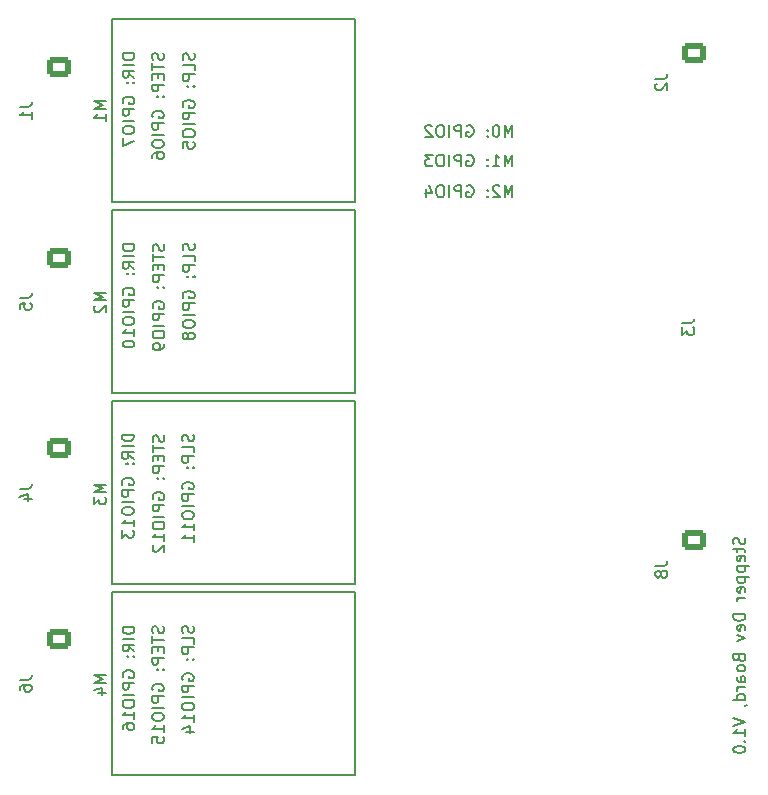
<source format=gbo>
%TF.GenerationSoftware,KiCad,Pcbnew,7.0.7*%
%TF.CreationDate,2023-10-17T10:26:18-07:00*%
%TF.ProjectId,dev-board,6465762d-626f-4617-9264-2e6b69636164,rev?*%
%TF.SameCoordinates,Original*%
%TF.FileFunction,Legend,Bot*%
%TF.FilePolarity,Positive*%
%FSLAX46Y46*%
G04 Gerber Fmt 4.6, Leading zero omitted, Abs format (unit mm)*
G04 Created by KiCad (PCBNEW 7.0.7) date 2023-10-17 10:26:18*
%MOMM*%
%LPD*%
G01*
G04 APERTURE LIST*
G04 Aperture macros list*
%AMRoundRect*
0 Rectangle with rounded corners*
0 $1 Rounding radius*
0 $2 $3 $4 $5 $6 $7 $8 $9 X,Y pos of 4 corners*
0 Add a 4 corners polygon primitive as box body*
4,1,4,$2,$3,$4,$5,$6,$7,$8,$9,$2,$3,0*
0 Add four circle primitives for the rounded corners*
1,1,$1+$1,$2,$3*
1,1,$1+$1,$4,$5*
1,1,$1+$1,$6,$7*
1,1,$1+$1,$8,$9*
0 Add four rect primitives between the rounded corners*
20,1,$1+$1,$2,$3,$4,$5,0*
20,1,$1+$1,$4,$5,$6,$7,0*
20,1,$1+$1,$6,$7,$8,$9,0*
20,1,$1+$1,$8,$9,$2,$3,0*%
G04 Aperture macros list end*
%ADD10C,0.150000*%
%ADD11R,1.600000X1.600000*%
%ADD12C,1.600000*%
%ADD13R,1.905000X2.000000*%
%ADD14O,1.905000X2.000000*%
%ADD15RoundRect,0.250000X-0.725000X0.600000X-0.725000X-0.600000X0.725000X-0.600000X0.725000X0.600000X0*%
%ADD16O,1.950000X1.700000*%
%ADD17O,2.000000X4.000000*%
%ADD18O,4.000000X2.000000*%
%ADD19O,1.600000X1.600000*%
%ADD20O,1.800000X1.800000*%
%ADD21O,1.500000X1.500000*%
%ADD22O,1.700000X1.700000*%
%ADD23R,1.700000X1.700000*%
G04 APERTURE END LIST*
D10*
X193722200Y-93989160D02*
X193769819Y-94132017D01*
X193769819Y-94132017D02*
X193769819Y-94370112D01*
X193769819Y-94370112D02*
X193722200Y-94465350D01*
X193722200Y-94465350D02*
X193674580Y-94512969D01*
X193674580Y-94512969D02*
X193579342Y-94560588D01*
X193579342Y-94560588D02*
X193484104Y-94560588D01*
X193484104Y-94560588D02*
X193388866Y-94512969D01*
X193388866Y-94512969D02*
X193341247Y-94465350D01*
X193341247Y-94465350D02*
X193293628Y-94370112D01*
X193293628Y-94370112D02*
X193246009Y-94179636D01*
X193246009Y-94179636D02*
X193198390Y-94084398D01*
X193198390Y-94084398D02*
X193150771Y-94036779D01*
X193150771Y-94036779D02*
X193055533Y-93989160D01*
X193055533Y-93989160D02*
X192960295Y-93989160D01*
X192960295Y-93989160D02*
X192865057Y-94036779D01*
X192865057Y-94036779D02*
X192817438Y-94084398D01*
X192817438Y-94084398D02*
X192769819Y-94179636D01*
X192769819Y-94179636D02*
X192769819Y-94417731D01*
X192769819Y-94417731D02*
X192817438Y-94560588D01*
X193103152Y-94846303D02*
X193103152Y-95227255D01*
X192769819Y-94989160D02*
X193626961Y-94989160D01*
X193626961Y-94989160D02*
X193722200Y-95036779D01*
X193722200Y-95036779D02*
X193769819Y-95132017D01*
X193769819Y-95132017D02*
X193769819Y-95227255D01*
X193722200Y-95941541D02*
X193769819Y-95846303D01*
X193769819Y-95846303D02*
X193769819Y-95655827D01*
X193769819Y-95655827D02*
X193722200Y-95560589D01*
X193722200Y-95560589D02*
X193626961Y-95512970D01*
X193626961Y-95512970D02*
X193246009Y-95512970D01*
X193246009Y-95512970D02*
X193150771Y-95560589D01*
X193150771Y-95560589D02*
X193103152Y-95655827D01*
X193103152Y-95655827D02*
X193103152Y-95846303D01*
X193103152Y-95846303D02*
X193150771Y-95941541D01*
X193150771Y-95941541D02*
X193246009Y-95989160D01*
X193246009Y-95989160D02*
X193341247Y-95989160D01*
X193341247Y-95989160D02*
X193436485Y-95512970D01*
X193103152Y-96417732D02*
X194103152Y-96417732D01*
X193150771Y-96417732D02*
X193103152Y-96512970D01*
X193103152Y-96512970D02*
X193103152Y-96703446D01*
X193103152Y-96703446D02*
X193150771Y-96798684D01*
X193150771Y-96798684D02*
X193198390Y-96846303D01*
X193198390Y-96846303D02*
X193293628Y-96893922D01*
X193293628Y-96893922D02*
X193579342Y-96893922D01*
X193579342Y-96893922D02*
X193674580Y-96846303D01*
X193674580Y-96846303D02*
X193722200Y-96798684D01*
X193722200Y-96798684D02*
X193769819Y-96703446D01*
X193769819Y-96703446D02*
X193769819Y-96512970D01*
X193769819Y-96512970D02*
X193722200Y-96417732D01*
X193103152Y-97322494D02*
X194103152Y-97322494D01*
X193150771Y-97322494D02*
X193103152Y-97417732D01*
X193103152Y-97417732D02*
X193103152Y-97608208D01*
X193103152Y-97608208D02*
X193150771Y-97703446D01*
X193150771Y-97703446D02*
X193198390Y-97751065D01*
X193198390Y-97751065D02*
X193293628Y-97798684D01*
X193293628Y-97798684D02*
X193579342Y-97798684D01*
X193579342Y-97798684D02*
X193674580Y-97751065D01*
X193674580Y-97751065D02*
X193722200Y-97703446D01*
X193722200Y-97703446D02*
X193769819Y-97608208D01*
X193769819Y-97608208D02*
X193769819Y-97417732D01*
X193769819Y-97417732D02*
X193722200Y-97322494D01*
X193722200Y-98608208D02*
X193769819Y-98512970D01*
X193769819Y-98512970D02*
X193769819Y-98322494D01*
X193769819Y-98322494D02*
X193722200Y-98227256D01*
X193722200Y-98227256D02*
X193626961Y-98179637D01*
X193626961Y-98179637D02*
X193246009Y-98179637D01*
X193246009Y-98179637D02*
X193150771Y-98227256D01*
X193150771Y-98227256D02*
X193103152Y-98322494D01*
X193103152Y-98322494D02*
X193103152Y-98512970D01*
X193103152Y-98512970D02*
X193150771Y-98608208D01*
X193150771Y-98608208D02*
X193246009Y-98655827D01*
X193246009Y-98655827D02*
X193341247Y-98655827D01*
X193341247Y-98655827D02*
X193436485Y-98179637D01*
X193769819Y-99084399D02*
X193103152Y-99084399D01*
X193293628Y-99084399D02*
X193198390Y-99132018D01*
X193198390Y-99132018D02*
X193150771Y-99179637D01*
X193150771Y-99179637D02*
X193103152Y-99274875D01*
X193103152Y-99274875D02*
X193103152Y-99370113D01*
X193769819Y-100465352D02*
X192769819Y-100465352D01*
X192769819Y-100465352D02*
X192769819Y-100703447D01*
X192769819Y-100703447D02*
X192817438Y-100846304D01*
X192817438Y-100846304D02*
X192912676Y-100941542D01*
X192912676Y-100941542D02*
X193007914Y-100989161D01*
X193007914Y-100989161D02*
X193198390Y-101036780D01*
X193198390Y-101036780D02*
X193341247Y-101036780D01*
X193341247Y-101036780D02*
X193531723Y-100989161D01*
X193531723Y-100989161D02*
X193626961Y-100941542D01*
X193626961Y-100941542D02*
X193722200Y-100846304D01*
X193722200Y-100846304D02*
X193769819Y-100703447D01*
X193769819Y-100703447D02*
X193769819Y-100465352D01*
X193722200Y-101846304D02*
X193769819Y-101751066D01*
X193769819Y-101751066D02*
X193769819Y-101560590D01*
X193769819Y-101560590D02*
X193722200Y-101465352D01*
X193722200Y-101465352D02*
X193626961Y-101417733D01*
X193626961Y-101417733D02*
X193246009Y-101417733D01*
X193246009Y-101417733D02*
X193150771Y-101465352D01*
X193150771Y-101465352D02*
X193103152Y-101560590D01*
X193103152Y-101560590D02*
X193103152Y-101751066D01*
X193103152Y-101751066D02*
X193150771Y-101846304D01*
X193150771Y-101846304D02*
X193246009Y-101893923D01*
X193246009Y-101893923D02*
X193341247Y-101893923D01*
X193341247Y-101893923D02*
X193436485Y-101417733D01*
X193103152Y-102227257D02*
X193769819Y-102465352D01*
X193769819Y-102465352D02*
X193103152Y-102703447D01*
X193246009Y-104179638D02*
X193293628Y-104322495D01*
X193293628Y-104322495D02*
X193341247Y-104370114D01*
X193341247Y-104370114D02*
X193436485Y-104417733D01*
X193436485Y-104417733D02*
X193579342Y-104417733D01*
X193579342Y-104417733D02*
X193674580Y-104370114D01*
X193674580Y-104370114D02*
X193722200Y-104322495D01*
X193722200Y-104322495D02*
X193769819Y-104227257D01*
X193769819Y-104227257D02*
X193769819Y-103846305D01*
X193769819Y-103846305D02*
X192769819Y-103846305D01*
X192769819Y-103846305D02*
X192769819Y-104179638D01*
X192769819Y-104179638D02*
X192817438Y-104274876D01*
X192817438Y-104274876D02*
X192865057Y-104322495D01*
X192865057Y-104322495D02*
X192960295Y-104370114D01*
X192960295Y-104370114D02*
X193055533Y-104370114D01*
X193055533Y-104370114D02*
X193150771Y-104322495D01*
X193150771Y-104322495D02*
X193198390Y-104274876D01*
X193198390Y-104274876D02*
X193246009Y-104179638D01*
X193246009Y-104179638D02*
X193246009Y-103846305D01*
X193769819Y-104989162D02*
X193722200Y-104893924D01*
X193722200Y-104893924D02*
X193674580Y-104846305D01*
X193674580Y-104846305D02*
X193579342Y-104798686D01*
X193579342Y-104798686D02*
X193293628Y-104798686D01*
X193293628Y-104798686D02*
X193198390Y-104846305D01*
X193198390Y-104846305D02*
X193150771Y-104893924D01*
X193150771Y-104893924D02*
X193103152Y-104989162D01*
X193103152Y-104989162D02*
X193103152Y-105132019D01*
X193103152Y-105132019D02*
X193150771Y-105227257D01*
X193150771Y-105227257D02*
X193198390Y-105274876D01*
X193198390Y-105274876D02*
X193293628Y-105322495D01*
X193293628Y-105322495D02*
X193579342Y-105322495D01*
X193579342Y-105322495D02*
X193674580Y-105274876D01*
X193674580Y-105274876D02*
X193722200Y-105227257D01*
X193722200Y-105227257D02*
X193769819Y-105132019D01*
X193769819Y-105132019D02*
X193769819Y-104989162D01*
X193769819Y-106179638D02*
X193246009Y-106179638D01*
X193246009Y-106179638D02*
X193150771Y-106132019D01*
X193150771Y-106132019D02*
X193103152Y-106036781D01*
X193103152Y-106036781D02*
X193103152Y-105846305D01*
X193103152Y-105846305D02*
X193150771Y-105751067D01*
X193722200Y-106179638D02*
X193769819Y-106084400D01*
X193769819Y-106084400D02*
X193769819Y-105846305D01*
X193769819Y-105846305D02*
X193722200Y-105751067D01*
X193722200Y-105751067D02*
X193626961Y-105703448D01*
X193626961Y-105703448D02*
X193531723Y-105703448D01*
X193531723Y-105703448D02*
X193436485Y-105751067D01*
X193436485Y-105751067D02*
X193388866Y-105846305D01*
X193388866Y-105846305D02*
X193388866Y-106084400D01*
X193388866Y-106084400D02*
X193341247Y-106179638D01*
X193769819Y-106655829D02*
X193103152Y-106655829D01*
X193293628Y-106655829D02*
X193198390Y-106703448D01*
X193198390Y-106703448D02*
X193150771Y-106751067D01*
X193150771Y-106751067D02*
X193103152Y-106846305D01*
X193103152Y-106846305D02*
X193103152Y-106941543D01*
X193769819Y-107703448D02*
X192769819Y-107703448D01*
X193722200Y-107703448D02*
X193769819Y-107608210D01*
X193769819Y-107608210D02*
X193769819Y-107417734D01*
X193769819Y-107417734D02*
X193722200Y-107322496D01*
X193722200Y-107322496D02*
X193674580Y-107274877D01*
X193674580Y-107274877D02*
X193579342Y-107227258D01*
X193579342Y-107227258D02*
X193293628Y-107227258D01*
X193293628Y-107227258D02*
X193198390Y-107274877D01*
X193198390Y-107274877D02*
X193150771Y-107322496D01*
X193150771Y-107322496D02*
X193103152Y-107417734D01*
X193103152Y-107417734D02*
X193103152Y-107608210D01*
X193103152Y-107608210D02*
X193150771Y-107703448D01*
X193722200Y-108227258D02*
X193769819Y-108227258D01*
X193769819Y-108227258D02*
X193865057Y-108179639D01*
X193865057Y-108179639D02*
X193912676Y-108132020D01*
X192769819Y-109274877D02*
X193769819Y-109608210D01*
X193769819Y-109608210D02*
X192769819Y-109941543D01*
X193769819Y-110798686D02*
X193769819Y-110227258D01*
X193769819Y-110512972D02*
X192769819Y-110512972D01*
X192769819Y-110512972D02*
X192912676Y-110417734D01*
X192912676Y-110417734D02*
X193007914Y-110322496D01*
X193007914Y-110322496D02*
X193055533Y-110227258D01*
X193674580Y-111227258D02*
X193722200Y-111274877D01*
X193722200Y-111274877D02*
X193769819Y-111227258D01*
X193769819Y-111227258D02*
X193722200Y-111179639D01*
X193722200Y-111179639D02*
X193674580Y-111227258D01*
X193674580Y-111227258D02*
X193769819Y-111227258D01*
X192769819Y-111893924D02*
X192769819Y-111989162D01*
X192769819Y-111989162D02*
X192817438Y-112084400D01*
X192817438Y-112084400D02*
X192865057Y-112132019D01*
X192865057Y-112132019D02*
X192960295Y-112179638D01*
X192960295Y-112179638D02*
X193150771Y-112227257D01*
X193150771Y-112227257D02*
X193388866Y-112227257D01*
X193388866Y-112227257D02*
X193579342Y-112179638D01*
X193579342Y-112179638D02*
X193674580Y-112132019D01*
X193674580Y-112132019D02*
X193722200Y-112084400D01*
X193722200Y-112084400D02*
X193769819Y-111989162D01*
X193769819Y-111989162D02*
X193769819Y-111893924D01*
X193769819Y-111893924D02*
X193722200Y-111798686D01*
X193722200Y-111798686D02*
X193674580Y-111751067D01*
X193674580Y-111751067D02*
X193579342Y-111703448D01*
X193579342Y-111703448D02*
X193388866Y-111655829D01*
X193388866Y-111655829D02*
X193150771Y-111655829D01*
X193150771Y-111655829D02*
X192960295Y-111703448D01*
X192960295Y-111703448D02*
X192865057Y-111751067D01*
X192865057Y-111751067D02*
X192817438Y-111798686D01*
X192817438Y-111798686D02*
X192769819Y-111893924D01*
X140150000Y-98600000D02*
X160750000Y-98600000D01*
X160750000Y-114100000D01*
X140150000Y-114100000D01*
X140150000Y-98600000D01*
X140150000Y-82400000D02*
X160750000Y-82400000D01*
X160750000Y-97900000D01*
X140150000Y-97900000D01*
X140150000Y-82400000D01*
X140150000Y-66250000D02*
X160700000Y-66250000D01*
X160700000Y-81750000D01*
X140150000Y-81750000D01*
X140150000Y-66250000D01*
X140150000Y-50100000D02*
X160700000Y-50100000D01*
X160700000Y-65600000D01*
X140150000Y-65600000D01*
X140150000Y-50100000D01*
X132354819Y-57526666D02*
X133069104Y-57526666D01*
X133069104Y-57526666D02*
X133211961Y-57479047D01*
X133211961Y-57479047D02*
X133307200Y-57383809D01*
X133307200Y-57383809D02*
X133354819Y-57240952D01*
X133354819Y-57240952D02*
X133354819Y-57145714D01*
X133354819Y-58526666D02*
X133354819Y-57955238D01*
X133354819Y-58240952D02*
X132354819Y-58240952D01*
X132354819Y-58240952D02*
X132497676Y-58145714D01*
X132497676Y-58145714D02*
X132592914Y-58050476D01*
X132592914Y-58050476D02*
X132640533Y-57955238D01*
X132354819Y-73689999D02*
X133069104Y-73689999D01*
X133069104Y-73689999D02*
X133211961Y-73642380D01*
X133211961Y-73642380D02*
X133307200Y-73547142D01*
X133307200Y-73547142D02*
X133354819Y-73404285D01*
X133354819Y-73404285D02*
X133354819Y-73309047D01*
X132354819Y-74642380D02*
X132354819Y-74166190D01*
X132354819Y-74166190D02*
X132831009Y-74118571D01*
X132831009Y-74118571D02*
X132783390Y-74166190D01*
X132783390Y-74166190D02*
X132735771Y-74261428D01*
X132735771Y-74261428D02*
X132735771Y-74499523D01*
X132735771Y-74499523D02*
X132783390Y-74594761D01*
X132783390Y-74594761D02*
X132831009Y-74642380D01*
X132831009Y-74642380D02*
X132926247Y-74689999D01*
X132926247Y-74689999D02*
X133164342Y-74689999D01*
X133164342Y-74689999D02*
X133259580Y-74642380D01*
X133259580Y-74642380D02*
X133307200Y-74594761D01*
X133307200Y-74594761D02*
X133354819Y-74499523D01*
X133354819Y-74499523D02*
X133354819Y-74261428D01*
X133354819Y-74261428D02*
X133307200Y-74166190D01*
X133307200Y-74166190D02*
X133259580Y-74118571D01*
X142054819Y-69166667D02*
X141054819Y-69166667D01*
X141054819Y-69166667D02*
X141054819Y-69404762D01*
X141054819Y-69404762D02*
X141102438Y-69547619D01*
X141102438Y-69547619D02*
X141197676Y-69642857D01*
X141197676Y-69642857D02*
X141292914Y-69690476D01*
X141292914Y-69690476D02*
X141483390Y-69738095D01*
X141483390Y-69738095D02*
X141626247Y-69738095D01*
X141626247Y-69738095D02*
X141816723Y-69690476D01*
X141816723Y-69690476D02*
X141911961Y-69642857D01*
X141911961Y-69642857D02*
X142007200Y-69547619D01*
X142007200Y-69547619D02*
X142054819Y-69404762D01*
X142054819Y-69404762D02*
X142054819Y-69166667D01*
X142054819Y-70166667D02*
X141054819Y-70166667D01*
X142054819Y-71214285D02*
X141578628Y-70880952D01*
X142054819Y-70642857D02*
X141054819Y-70642857D01*
X141054819Y-70642857D02*
X141054819Y-71023809D01*
X141054819Y-71023809D02*
X141102438Y-71119047D01*
X141102438Y-71119047D02*
X141150057Y-71166666D01*
X141150057Y-71166666D02*
X141245295Y-71214285D01*
X141245295Y-71214285D02*
X141388152Y-71214285D01*
X141388152Y-71214285D02*
X141483390Y-71166666D01*
X141483390Y-71166666D02*
X141531009Y-71119047D01*
X141531009Y-71119047D02*
X141578628Y-71023809D01*
X141578628Y-71023809D02*
X141578628Y-70642857D01*
X141959580Y-71642857D02*
X142007200Y-71690476D01*
X142007200Y-71690476D02*
X142054819Y-71642857D01*
X142054819Y-71642857D02*
X142007200Y-71595238D01*
X142007200Y-71595238D02*
X141959580Y-71642857D01*
X141959580Y-71642857D02*
X142054819Y-71642857D01*
X141435771Y-71642857D02*
X141483390Y-71690476D01*
X141483390Y-71690476D02*
X141531009Y-71642857D01*
X141531009Y-71642857D02*
X141483390Y-71595238D01*
X141483390Y-71595238D02*
X141435771Y-71642857D01*
X141435771Y-71642857D02*
X141531009Y-71642857D01*
X141102438Y-73404761D02*
X141054819Y-73309523D01*
X141054819Y-73309523D02*
X141054819Y-73166666D01*
X141054819Y-73166666D02*
X141102438Y-73023809D01*
X141102438Y-73023809D02*
X141197676Y-72928571D01*
X141197676Y-72928571D02*
X141292914Y-72880952D01*
X141292914Y-72880952D02*
X141483390Y-72833333D01*
X141483390Y-72833333D02*
X141626247Y-72833333D01*
X141626247Y-72833333D02*
X141816723Y-72880952D01*
X141816723Y-72880952D02*
X141911961Y-72928571D01*
X141911961Y-72928571D02*
X142007200Y-73023809D01*
X142007200Y-73023809D02*
X142054819Y-73166666D01*
X142054819Y-73166666D02*
X142054819Y-73261904D01*
X142054819Y-73261904D02*
X142007200Y-73404761D01*
X142007200Y-73404761D02*
X141959580Y-73452380D01*
X141959580Y-73452380D02*
X141626247Y-73452380D01*
X141626247Y-73452380D02*
X141626247Y-73261904D01*
X142054819Y-73880952D02*
X141054819Y-73880952D01*
X141054819Y-73880952D02*
X141054819Y-74261904D01*
X141054819Y-74261904D02*
X141102438Y-74357142D01*
X141102438Y-74357142D02*
X141150057Y-74404761D01*
X141150057Y-74404761D02*
X141245295Y-74452380D01*
X141245295Y-74452380D02*
X141388152Y-74452380D01*
X141388152Y-74452380D02*
X141483390Y-74404761D01*
X141483390Y-74404761D02*
X141531009Y-74357142D01*
X141531009Y-74357142D02*
X141578628Y-74261904D01*
X141578628Y-74261904D02*
X141578628Y-73880952D01*
X142054819Y-74880952D02*
X141054819Y-74880952D01*
X141054819Y-75547618D02*
X141054819Y-75738094D01*
X141054819Y-75738094D02*
X141102438Y-75833332D01*
X141102438Y-75833332D02*
X141197676Y-75928570D01*
X141197676Y-75928570D02*
X141388152Y-75976189D01*
X141388152Y-75976189D02*
X141721485Y-75976189D01*
X141721485Y-75976189D02*
X141911961Y-75928570D01*
X141911961Y-75928570D02*
X142007200Y-75833332D01*
X142007200Y-75833332D02*
X142054819Y-75738094D01*
X142054819Y-75738094D02*
X142054819Y-75547618D01*
X142054819Y-75547618D02*
X142007200Y-75452380D01*
X142007200Y-75452380D02*
X141911961Y-75357142D01*
X141911961Y-75357142D02*
X141721485Y-75309523D01*
X141721485Y-75309523D02*
X141388152Y-75309523D01*
X141388152Y-75309523D02*
X141197676Y-75357142D01*
X141197676Y-75357142D02*
X141102438Y-75452380D01*
X141102438Y-75452380D02*
X141054819Y-75547618D01*
X142054819Y-76928570D02*
X142054819Y-76357142D01*
X142054819Y-76642856D02*
X141054819Y-76642856D01*
X141054819Y-76642856D02*
X141197676Y-76547618D01*
X141197676Y-76547618D02*
X141292914Y-76452380D01*
X141292914Y-76452380D02*
X141340533Y-76357142D01*
X141054819Y-77547618D02*
X141054819Y-77642856D01*
X141054819Y-77642856D02*
X141102438Y-77738094D01*
X141102438Y-77738094D02*
X141150057Y-77785713D01*
X141150057Y-77785713D02*
X141245295Y-77833332D01*
X141245295Y-77833332D02*
X141435771Y-77880951D01*
X141435771Y-77880951D02*
X141673866Y-77880951D01*
X141673866Y-77880951D02*
X141864342Y-77833332D01*
X141864342Y-77833332D02*
X141959580Y-77785713D01*
X141959580Y-77785713D02*
X142007200Y-77738094D01*
X142007200Y-77738094D02*
X142054819Y-77642856D01*
X142054819Y-77642856D02*
X142054819Y-77547618D01*
X142054819Y-77547618D02*
X142007200Y-77452380D01*
X142007200Y-77452380D02*
X141959580Y-77404761D01*
X141959580Y-77404761D02*
X141864342Y-77357142D01*
X141864342Y-77357142D02*
X141673866Y-77309523D01*
X141673866Y-77309523D02*
X141435771Y-77309523D01*
X141435771Y-77309523D02*
X141245295Y-77357142D01*
X141245295Y-77357142D02*
X141150057Y-77404761D01*
X141150057Y-77404761D02*
X141102438Y-77452380D01*
X141102438Y-77452380D02*
X141054819Y-77547618D01*
X144557200Y-69123810D02*
X144604819Y-69266667D01*
X144604819Y-69266667D02*
X144604819Y-69504762D01*
X144604819Y-69504762D02*
X144557200Y-69600000D01*
X144557200Y-69600000D02*
X144509580Y-69647619D01*
X144509580Y-69647619D02*
X144414342Y-69695238D01*
X144414342Y-69695238D02*
X144319104Y-69695238D01*
X144319104Y-69695238D02*
X144223866Y-69647619D01*
X144223866Y-69647619D02*
X144176247Y-69600000D01*
X144176247Y-69600000D02*
X144128628Y-69504762D01*
X144128628Y-69504762D02*
X144081009Y-69314286D01*
X144081009Y-69314286D02*
X144033390Y-69219048D01*
X144033390Y-69219048D02*
X143985771Y-69171429D01*
X143985771Y-69171429D02*
X143890533Y-69123810D01*
X143890533Y-69123810D02*
X143795295Y-69123810D01*
X143795295Y-69123810D02*
X143700057Y-69171429D01*
X143700057Y-69171429D02*
X143652438Y-69219048D01*
X143652438Y-69219048D02*
X143604819Y-69314286D01*
X143604819Y-69314286D02*
X143604819Y-69552381D01*
X143604819Y-69552381D02*
X143652438Y-69695238D01*
X143604819Y-69980953D02*
X143604819Y-70552381D01*
X144604819Y-70266667D02*
X143604819Y-70266667D01*
X144081009Y-70885715D02*
X144081009Y-71219048D01*
X144604819Y-71361905D02*
X144604819Y-70885715D01*
X144604819Y-70885715D02*
X143604819Y-70885715D01*
X143604819Y-70885715D02*
X143604819Y-71361905D01*
X144604819Y-71790477D02*
X143604819Y-71790477D01*
X143604819Y-71790477D02*
X143604819Y-72171429D01*
X143604819Y-72171429D02*
X143652438Y-72266667D01*
X143652438Y-72266667D02*
X143700057Y-72314286D01*
X143700057Y-72314286D02*
X143795295Y-72361905D01*
X143795295Y-72361905D02*
X143938152Y-72361905D01*
X143938152Y-72361905D02*
X144033390Y-72314286D01*
X144033390Y-72314286D02*
X144081009Y-72266667D01*
X144081009Y-72266667D02*
X144128628Y-72171429D01*
X144128628Y-72171429D02*
X144128628Y-71790477D01*
X144509580Y-72790477D02*
X144557200Y-72838096D01*
X144557200Y-72838096D02*
X144604819Y-72790477D01*
X144604819Y-72790477D02*
X144557200Y-72742858D01*
X144557200Y-72742858D02*
X144509580Y-72790477D01*
X144509580Y-72790477D02*
X144604819Y-72790477D01*
X143985771Y-72790477D02*
X144033390Y-72838096D01*
X144033390Y-72838096D02*
X144081009Y-72790477D01*
X144081009Y-72790477D02*
X144033390Y-72742858D01*
X144033390Y-72742858D02*
X143985771Y-72790477D01*
X143985771Y-72790477D02*
X144081009Y-72790477D01*
X143652438Y-74552381D02*
X143604819Y-74457143D01*
X143604819Y-74457143D02*
X143604819Y-74314286D01*
X143604819Y-74314286D02*
X143652438Y-74171429D01*
X143652438Y-74171429D02*
X143747676Y-74076191D01*
X143747676Y-74076191D02*
X143842914Y-74028572D01*
X143842914Y-74028572D02*
X144033390Y-73980953D01*
X144033390Y-73980953D02*
X144176247Y-73980953D01*
X144176247Y-73980953D02*
X144366723Y-74028572D01*
X144366723Y-74028572D02*
X144461961Y-74076191D01*
X144461961Y-74076191D02*
X144557200Y-74171429D01*
X144557200Y-74171429D02*
X144604819Y-74314286D01*
X144604819Y-74314286D02*
X144604819Y-74409524D01*
X144604819Y-74409524D02*
X144557200Y-74552381D01*
X144557200Y-74552381D02*
X144509580Y-74600000D01*
X144509580Y-74600000D02*
X144176247Y-74600000D01*
X144176247Y-74600000D02*
X144176247Y-74409524D01*
X144604819Y-75028572D02*
X143604819Y-75028572D01*
X143604819Y-75028572D02*
X143604819Y-75409524D01*
X143604819Y-75409524D02*
X143652438Y-75504762D01*
X143652438Y-75504762D02*
X143700057Y-75552381D01*
X143700057Y-75552381D02*
X143795295Y-75600000D01*
X143795295Y-75600000D02*
X143938152Y-75600000D01*
X143938152Y-75600000D02*
X144033390Y-75552381D01*
X144033390Y-75552381D02*
X144081009Y-75504762D01*
X144081009Y-75504762D02*
X144128628Y-75409524D01*
X144128628Y-75409524D02*
X144128628Y-75028572D01*
X144604819Y-76028572D02*
X143604819Y-76028572D01*
X143604819Y-76695238D02*
X143604819Y-76885714D01*
X143604819Y-76885714D02*
X143652438Y-76980952D01*
X143652438Y-76980952D02*
X143747676Y-77076190D01*
X143747676Y-77076190D02*
X143938152Y-77123809D01*
X143938152Y-77123809D02*
X144271485Y-77123809D01*
X144271485Y-77123809D02*
X144461961Y-77076190D01*
X144461961Y-77076190D02*
X144557200Y-76980952D01*
X144557200Y-76980952D02*
X144604819Y-76885714D01*
X144604819Y-76885714D02*
X144604819Y-76695238D01*
X144604819Y-76695238D02*
X144557200Y-76600000D01*
X144557200Y-76600000D02*
X144461961Y-76504762D01*
X144461961Y-76504762D02*
X144271485Y-76457143D01*
X144271485Y-76457143D02*
X143938152Y-76457143D01*
X143938152Y-76457143D02*
X143747676Y-76504762D01*
X143747676Y-76504762D02*
X143652438Y-76600000D01*
X143652438Y-76600000D02*
X143604819Y-76695238D01*
X144604819Y-77600000D02*
X144604819Y-77790476D01*
X144604819Y-77790476D02*
X144557200Y-77885714D01*
X144557200Y-77885714D02*
X144509580Y-77933333D01*
X144509580Y-77933333D02*
X144366723Y-78028571D01*
X144366723Y-78028571D02*
X144176247Y-78076190D01*
X144176247Y-78076190D02*
X143795295Y-78076190D01*
X143795295Y-78076190D02*
X143700057Y-78028571D01*
X143700057Y-78028571D02*
X143652438Y-77980952D01*
X143652438Y-77980952D02*
X143604819Y-77885714D01*
X143604819Y-77885714D02*
X143604819Y-77695238D01*
X143604819Y-77695238D02*
X143652438Y-77600000D01*
X143652438Y-77600000D02*
X143700057Y-77552381D01*
X143700057Y-77552381D02*
X143795295Y-77504762D01*
X143795295Y-77504762D02*
X144033390Y-77504762D01*
X144033390Y-77504762D02*
X144128628Y-77552381D01*
X144128628Y-77552381D02*
X144176247Y-77600000D01*
X144176247Y-77600000D02*
X144223866Y-77695238D01*
X144223866Y-77695238D02*
X144223866Y-77885714D01*
X144223866Y-77885714D02*
X144176247Y-77980952D01*
X144176247Y-77980952D02*
X144128628Y-78028571D01*
X144128628Y-78028571D02*
X144033390Y-78076190D01*
X147107200Y-69102381D02*
X147154819Y-69245238D01*
X147154819Y-69245238D02*
X147154819Y-69483333D01*
X147154819Y-69483333D02*
X147107200Y-69578571D01*
X147107200Y-69578571D02*
X147059580Y-69626190D01*
X147059580Y-69626190D02*
X146964342Y-69673809D01*
X146964342Y-69673809D02*
X146869104Y-69673809D01*
X146869104Y-69673809D02*
X146773866Y-69626190D01*
X146773866Y-69626190D02*
X146726247Y-69578571D01*
X146726247Y-69578571D02*
X146678628Y-69483333D01*
X146678628Y-69483333D02*
X146631009Y-69292857D01*
X146631009Y-69292857D02*
X146583390Y-69197619D01*
X146583390Y-69197619D02*
X146535771Y-69150000D01*
X146535771Y-69150000D02*
X146440533Y-69102381D01*
X146440533Y-69102381D02*
X146345295Y-69102381D01*
X146345295Y-69102381D02*
X146250057Y-69150000D01*
X146250057Y-69150000D02*
X146202438Y-69197619D01*
X146202438Y-69197619D02*
X146154819Y-69292857D01*
X146154819Y-69292857D02*
X146154819Y-69530952D01*
X146154819Y-69530952D02*
X146202438Y-69673809D01*
X147154819Y-70578571D02*
X147154819Y-70102381D01*
X147154819Y-70102381D02*
X146154819Y-70102381D01*
X147154819Y-70911905D02*
X146154819Y-70911905D01*
X146154819Y-70911905D02*
X146154819Y-71292857D01*
X146154819Y-71292857D02*
X146202438Y-71388095D01*
X146202438Y-71388095D02*
X146250057Y-71435714D01*
X146250057Y-71435714D02*
X146345295Y-71483333D01*
X146345295Y-71483333D02*
X146488152Y-71483333D01*
X146488152Y-71483333D02*
X146583390Y-71435714D01*
X146583390Y-71435714D02*
X146631009Y-71388095D01*
X146631009Y-71388095D02*
X146678628Y-71292857D01*
X146678628Y-71292857D02*
X146678628Y-70911905D01*
X147059580Y-71911905D02*
X147107200Y-71959524D01*
X147107200Y-71959524D02*
X147154819Y-71911905D01*
X147154819Y-71911905D02*
X147107200Y-71864286D01*
X147107200Y-71864286D02*
X147059580Y-71911905D01*
X147059580Y-71911905D02*
X147154819Y-71911905D01*
X146535771Y-71911905D02*
X146583390Y-71959524D01*
X146583390Y-71959524D02*
X146631009Y-71911905D01*
X146631009Y-71911905D02*
X146583390Y-71864286D01*
X146583390Y-71864286D02*
X146535771Y-71911905D01*
X146535771Y-71911905D02*
X146631009Y-71911905D01*
X146202438Y-73673809D02*
X146154819Y-73578571D01*
X146154819Y-73578571D02*
X146154819Y-73435714D01*
X146154819Y-73435714D02*
X146202438Y-73292857D01*
X146202438Y-73292857D02*
X146297676Y-73197619D01*
X146297676Y-73197619D02*
X146392914Y-73150000D01*
X146392914Y-73150000D02*
X146583390Y-73102381D01*
X146583390Y-73102381D02*
X146726247Y-73102381D01*
X146726247Y-73102381D02*
X146916723Y-73150000D01*
X146916723Y-73150000D02*
X147011961Y-73197619D01*
X147011961Y-73197619D02*
X147107200Y-73292857D01*
X147107200Y-73292857D02*
X147154819Y-73435714D01*
X147154819Y-73435714D02*
X147154819Y-73530952D01*
X147154819Y-73530952D02*
X147107200Y-73673809D01*
X147107200Y-73673809D02*
X147059580Y-73721428D01*
X147059580Y-73721428D02*
X146726247Y-73721428D01*
X146726247Y-73721428D02*
X146726247Y-73530952D01*
X147154819Y-74150000D02*
X146154819Y-74150000D01*
X146154819Y-74150000D02*
X146154819Y-74530952D01*
X146154819Y-74530952D02*
X146202438Y-74626190D01*
X146202438Y-74626190D02*
X146250057Y-74673809D01*
X146250057Y-74673809D02*
X146345295Y-74721428D01*
X146345295Y-74721428D02*
X146488152Y-74721428D01*
X146488152Y-74721428D02*
X146583390Y-74673809D01*
X146583390Y-74673809D02*
X146631009Y-74626190D01*
X146631009Y-74626190D02*
X146678628Y-74530952D01*
X146678628Y-74530952D02*
X146678628Y-74150000D01*
X147154819Y-75150000D02*
X146154819Y-75150000D01*
X146154819Y-75816666D02*
X146154819Y-76007142D01*
X146154819Y-76007142D02*
X146202438Y-76102380D01*
X146202438Y-76102380D02*
X146297676Y-76197618D01*
X146297676Y-76197618D02*
X146488152Y-76245237D01*
X146488152Y-76245237D02*
X146821485Y-76245237D01*
X146821485Y-76245237D02*
X147011961Y-76197618D01*
X147011961Y-76197618D02*
X147107200Y-76102380D01*
X147107200Y-76102380D02*
X147154819Y-76007142D01*
X147154819Y-76007142D02*
X147154819Y-75816666D01*
X147154819Y-75816666D02*
X147107200Y-75721428D01*
X147107200Y-75721428D02*
X147011961Y-75626190D01*
X147011961Y-75626190D02*
X146821485Y-75578571D01*
X146821485Y-75578571D02*
X146488152Y-75578571D01*
X146488152Y-75578571D02*
X146297676Y-75626190D01*
X146297676Y-75626190D02*
X146202438Y-75721428D01*
X146202438Y-75721428D02*
X146154819Y-75816666D01*
X146583390Y-76816666D02*
X146535771Y-76721428D01*
X146535771Y-76721428D02*
X146488152Y-76673809D01*
X146488152Y-76673809D02*
X146392914Y-76626190D01*
X146392914Y-76626190D02*
X146345295Y-76626190D01*
X146345295Y-76626190D02*
X146250057Y-76673809D01*
X146250057Y-76673809D02*
X146202438Y-76721428D01*
X146202438Y-76721428D02*
X146154819Y-76816666D01*
X146154819Y-76816666D02*
X146154819Y-77007142D01*
X146154819Y-77007142D02*
X146202438Y-77102380D01*
X146202438Y-77102380D02*
X146250057Y-77149999D01*
X146250057Y-77149999D02*
X146345295Y-77197618D01*
X146345295Y-77197618D02*
X146392914Y-77197618D01*
X146392914Y-77197618D02*
X146488152Y-77149999D01*
X146488152Y-77149999D02*
X146535771Y-77102380D01*
X146535771Y-77102380D02*
X146583390Y-77007142D01*
X146583390Y-77007142D02*
X146583390Y-76816666D01*
X146583390Y-76816666D02*
X146631009Y-76721428D01*
X146631009Y-76721428D02*
X146678628Y-76673809D01*
X146678628Y-76673809D02*
X146773866Y-76626190D01*
X146773866Y-76626190D02*
X146964342Y-76626190D01*
X146964342Y-76626190D02*
X147059580Y-76673809D01*
X147059580Y-76673809D02*
X147107200Y-76721428D01*
X147107200Y-76721428D02*
X147154819Y-76816666D01*
X147154819Y-76816666D02*
X147154819Y-77007142D01*
X147154819Y-77007142D02*
X147107200Y-77102380D01*
X147107200Y-77102380D02*
X147059580Y-77149999D01*
X147059580Y-77149999D02*
X146964342Y-77197618D01*
X146964342Y-77197618D02*
X146773866Y-77197618D01*
X146773866Y-77197618D02*
X146678628Y-77149999D01*
X146678628Y-77149999D02*
X146631009Y-77102380D01*
X146631009Y-77102380D02*
X146583390Y-77007142D01*
X139654819Y-73240476D02*
X138654819Y-73240476D01*
X138654819Y-73240476D02*
X139369104Y-73573809D01*
X139369104Y-73573809D02*
X138654819Y-73907142D01*
X138654819Y-73907142D02*
X139654819Y-73907142D01*
X138750057Y-74335714D02*
X138702438Y-74383333D01*
X138702438Y-74383333D02*
X138654819Y-74478571D01*
X138654819Y-74478571D02*
X138654819Y-74716666D01*
X138654819Y-74716666D02*
X138702438Y-74811904D01*
X138702438Y-74811904D02*
X138750057Y-74859523D01*
X138750057Y-74859523D02*
X138845295Y-74907142D01*
X138845295Y-74907142D02*
X138940533Y-74907142D01*
X138940533Y-74907142D02*
X139083390Y-74859523D01*
X139083390Y-74859523D02*
X139654819Y-74288095D01*
X139654819Y-74288095D02*
X139654819Y-74907142D01*
X132354819Y-106016666D02*
X133069104Y-106016666D01*
X133069104Y-106016666D02*
X133211961Y-105969047D01*
X133211961Y-105969047D02*
X133307200Y-105873809D01*
X133307200Y-105873809D02*
X133354819Y-105730952D01*
X133354819Y-105730952D02*
X133354819Y-105635714D01*
X132354819Y-106921428D02*
X132354819Y-106730952D01*
X132354819Y-106730952D02*
X132402438Y-106635714D01*
X132402438Y-106635714D02*
X132450057Y-106588095D01*
X132450057Y-106588095D02*
X132592914Y-106492857D01*
X132592914Y-106492857D02*
X132783390Y-106445238D01*
X132783390Y-106445238D02*
X133164342Y-106445238D01*
X133164342Y-106445238D02*
X133259580Y-106492857D01*
X133259580Y-106492857D02*
X133307200Y-106540476D01*
X133307200Y-106540476D02*
X133354819Y-106635714D01*
X133354819Y-106635714D02*
X133354819Y-106826190D01*
X133354819Y-106826190D02*
X133307200Y-106921428D01*
X133307200Y-106921428D02*
X133259580Y-106969047D01*
X133259580Y-106969047D02*
X133164342Y-107016666D01*
X133164342Y-107016666D02*
X132926247Y-107016666D01*
X132926247Y-107016666D02*
X132831009Y-106969047D01*
X132831009Y-106969047D02*
X132783390Y-106921428D01*
X132783390Y-106921428D02*
X132735771Y-106826190D01*
X132735771Y-106826190D02*
X132735771Y-106635714D01*
X132735771Y-106635714D02*
X132783390Y-106540476D01*
X132783390Y-106540476D02*
X132831009Y-106492857D01*
X132831009Y-106492857D02*
X132926247Y-106445238D01*
X147107200Y-52952381D02*
X147154819Y-53095238D01*
X147154819Y-53095238D02*
X147154819Y-53333333D01*
X147154819Y-53333333D02*
X147107200Y-53428571D01*
X147107200Y-53428571D02*
X147059580Y-53476190D01*
X147059580Y-53476190D02*
X146964342Y-53523809D01*
X146964342Y-53523809D02*
X146869104Y-53523809D01*
X146869104Y-53523809D02*
X146773866Y-53476190D01*
X146773866Y-53476190D02*
X146726247Y-53428571D01*
X146726247Y-53428571D02*
X146678628Y-53333333D01*
X146678628Y-53333333D02*
X146631009Y-53142857D01*
X146631009Y-53142857D02*
X146583390Y-53047619D01*
X146583390Y-53047619D02*
X146535771Y-53000000D01*
X146535771Y-53000000D02*
X146440533Y-52952381D01*
X146440533Y-52952381D02*
X146345295Y-52952381D01*
X146345295Y-52952381D02*
X146250057Y-53000000D01*
X146250057Y-53000000D02*
X146202438Y-53047619D01*
X146202438Y-53047619D02*
X146154819Y-53142857D01*
X146154819Y-53142857D02*
X146154819Y-53380952D01*
X146154819Y-53380952D02*
X146202438Y-53523809D01*
X147154819Y-54428571D02*
X147154819Y-53952381D01*
X147154819Y-53952381D02*
X146154819Y-53952381D01*
X147154819Y-54761905D02*
X146154819Y-54761905D01*
X146154819Y-54761905D02*
X146154819Y-55142857D01*
X146154819Y-55142857D02*
X146202438Y-55238095D01*
X146202438Y-55238095D02*
X146250057Y-55285714D01*
X146250057Y-55285714D02*
X146345295Y-55333333D01*
X146345295Y-55333333D02*
X146488152Y-55333333D01*
X146488152Y-55333333D02*
X146583390Y-55285714D01*
X146583390Y-55285714D02*
X146631009Y-55238095D01*
X146631009Y-55238095D02*
X146678628Y-55142857D01*
X146678628Y-55142857D02*
X146678628Y-54761905D01*
X147059580Y-55761905D02*
X147107200Y-55809524D01*
X147107200Y-55809524D02*
X147154819Y-55761905D01*
X147154819Y-55761905D02*
X147107200Y-55714286D01*
X147107200Y-55714286D02*
X147059580Y-55761905D01*
X147059580Y-55761905D02*
X147154819Y-55761905D01*
X146535771Y-55761905D02*
X146583390Y-55809524D01*
X146583390Y-55809524D02*
X146631009Y-55761905D01*
X146631009Y-55761905D02*
X146583390Y-55714286D01*
X146583390Y-55714286D02*
X146535771Y-55761905D01*
X146535771Y-55761905D02*
X146631009Y-55761905D01*
X146202438Y-57523809D02*
X146154819Y-57428571D01*
X146154819Y-57428571D02*
X146154819Y-57285714D01*
X146154819Y-57285714D02*
X146202438Y-57142857D01*
X146202438Y-57142857D02*
X146297676Y-57047619D01*
X146297676Y-57047619D02*
X146392914Y-57000000D01*
X146392914Y-57000000D02*
X146583390Y-56952381D01*
X146583390Y-56952381D02*
X146726247Y-56952381D01*
X146726247Y-56952381D02*
X146916723Y-57000000D01*
X146916723Y-57000000D02*
X147011961Y-57047619D01*
X147011961Y-57047619D02*
X147107200Y-57142857D01*
X147107200Y-57142857D02*
X147154819Y-57285714D01*
X147154819Y-57285714D02*
X147154819Y-57380952D01*
X147154819Y-57380952D02*
X147107200Y-57523809D01*
X147107200Y-57523809D02*
X147059580Y-57571428D01*
X147059580Y-57571428D02*
X146726247Y-57571428D01*
X146726247Y-57571428D02*
X146726247Y-57380952D01*
X147154819Y-58000000D02*
X146154819Y-58000000D01*
X146154819Y-58000000D02*
X146154819Y-58380952D01*
X146154819Y-58380952D02*
X146202438Y-58476190D01*
X146202438Y-58476190D02*
X146250057Y-58523809D01*
X146250057Y-58523809D02*
X146345295Y-58571428D01*
X146345295Y-58571428D02*
X146488152Y-58571428D01*
X146488152Y-58571428D02*
X146583390Y-58523809D01*
X146583390Y-58523809D02*
X146631009Y-58476190D01*
X146631009Y-58476190D02*
X146678628Y-58380952D01*
X146678628Y-58380952D02*
X146678628Y-58000000D01*
X147154819Y-59000000D02*
X146154819Y-59000000D01*
X146154819Y-59666666D02*
X146154819Y-59857142D01*
X146154819Y-59857142D02*
X146202438Y-59952380D01*
X146202438Y-59952380D02*
X146297676Y-60047618D01*
X146297676Y-60047618D02*
X146488152Y-60095237D01*
X146488152Y-60095237D02*
X146821485Y-60095237D01*
X146821485Y-60095237D02*
X147011961Y-60047618D01*
X147011961Y-60047618D02*
X147107200Y-59952380D01*
X147107200Y-59952380D02*
X147154819Y-59857142D01*
X147154819Y-59857142D02*
X147154819Y-59666666D01*
X147154819Y-59666666D02*
X147107200Y-59571428D01*
X147107200Y-59571428D02*
X147011961Y-59476190D01*
X147011961Y-59476190D02*
X146821485Y-59428571D01*
X146821485Y-59428571D02*
X146488152Y-59428571D01*
X146488152Y-59428571D02*
X146297676Y-59476190D01*
X146297676Y-59476190D02*
X146202438Y-59571428D01*
X146202438Y-59571428D02*
X146154819Y-59666666D01*
X146154819Y-60999999D02*
X146154819Y-60523809D01*
X146154819Y-60523809D02*
X146631009Y-60476190D01*
X146631009Y-60476190D02*
X146583390Y-60523809D01*
X146583390Y-60523809D02*
X146535771Y-60619047D01*
X146535771Y-60619047D02*
X146535771Y-60857142D01*
X146535771Y-60857142D02*
X146583390Y-60952380D01*
X146583390Y-60952380D02*
X146631009Y-60999999D01*
X146631009Y-60999999D02*
X146726247Y-61047618D01*
X146726247Y-61047618D02*
X146964342Y-61047618D01*
X146964342Y-61047618D02*
X147059580Y-60999999D01*
X147059580Y-60999999D02*
X147107200Y-60952380D01*
X147107200Y-60952380D02*
X147154819Y-60857142D01*
X147154819Y-60857142D02*
X147154819Y-60619047D01*
X147154819Y-60619047D02*
X147107200Y-60523809D01*
X147107200Y-60523809D02*
X147059580Y-60476190D01*
X144507200Y-52973810D02*
X144554819Y-53116667D01*
X144554819Y-53116667D02*
X144554819Y-53354762D01*
X144554819Y-53354762D02*
X144507200Y-53450000D01*
X144507200Y-53450000D02*
X144459580Y-53497619D01*
X144459580Y-53497619D02*
X144364342Y-53545238D01*
X144364342Y-53545238D02*
X144269104Y-53545238D01*
X144269104Y-53545238D02*
X144173866Y-53497619D01*
X144173866Y-53497619D02*
X144126247Y-53450000D01*
X144126247Y-53450000D02*
X144078628Y-53354762D01*
X144078628Y-53354762D02*
X144031009Y-53164286D01*
X144031009Y-53164286D02*
X143983390Y-53069048D01*
X143983390Y-53069048D02*
X143935771Y-53021429D01*
X143935771Y-53021429D02*
X143840533Y-52973810D01*
X143840533Y-52973810D02*
X143745295Y-52973810D01*
X143745295Y-52973810D02*
X143650057Y-53021429D01*
X143650057Y-53021429D02*
X143602438Y-53069048D01*
X143602438Y-53069048D02*
X143554819Y-53164286D01*
X143554819Y-53164286D02*
X143554819Y-53402381D01*
X143554819Y-53402381D02*
X143602438Y-53545238D01*
X143554819Y-53830953D02*
X143554819Y-54402381D01*
X144554819Y-54116667D02*
X143554819Y-54116667D01*
X144031009Y-54735715D02*
X144031009Y-55069048D01*
X144554819Y-55211905D02*
X144554819Y-54735715D01*
X144554819Y-54735715D02*
X143554819Y-54735715D01*
X143554819Y-54735715D02*
X143554819Y-55211905D01*
X144554819Y-55640477D02*
X143554819Y-55640477D01*
X143554819Y-55640477D02*
X143554819Y-56021429D01*
X143554819Y-56021429D02*
X143602438Y-56116667D01*
X143602438Y-56116667D02*
X143650057Y-56164286D01*
X143650057Y-56164286D02*
X143745295Y-56211905D01*
X143745295Y-56211905D02*
X143888152Y-56211905D01*
X143888152Y-56211905D02*
X143983390Y-56164286D01*
X143983390Y-56164286D02*
X144031009Y-56116667D01*
X144031009Y-56116667D02*
X144078628Y-56021429D01*
X144078628Y-56021429D02*
X144078628Y-55640477D01*
X144459580Y-56640477D02*
X144507200Y-56688096D01*
X144507200Y-56688096D02*
X144554819Y-56640477D01*
X144554819Y-56640477D02*
X144507200Y-56592858D01*
X144507200Y-56592858D02*
X144459580Y-56640477D01*
X144459580Y-56640477D02*
X144554819Y-56640477D01*
X143935771Y-56640477D02*
X143983390Y-56688096D01*
X143983390Y-56688096D02*
X144031009Y-56640477D01*
X144031009Y-56640477D02*
X143983390Y-56592858D01*
X143983390Y-56592858D02*
X143935771Y-56640477D01*
X143935771Y-56640477D02*
X144031009Y-56640477D01*
X143602438Y-58402381D02*
X143554819Y-58307143D01*
X143554819Y-58307143D02*
X143554819Y-58164286D01*
X143554819Y-58164286D02*
X143602438Y-58021429D01*
X143602438Y-58021429D02*
X143697676Y-57926191D01*
X143697676Y-57926191D02*
X143792914Y-57878572D01*
X143792914Y-57878572D02*
X143983390Y-57830953D01*
X143983390Y-57830953D02*
X144126247Y-57830953D01*
X144126247Y-57830953D02*
X144316723Y-57878572D01*
X144316723Y-57878572D02*
X144411961Y-57926191D01*
X144411961Y-57926191D02*
X144507200Y-58021429D01*
X144507200Y-58021429D02*
X144554819Y-58164286D01*
X144554819Y-58164286D02*
X144554819Y-58259524D01*
X144554819Y-58259524D02*
X144507200Y-58402381D01*
X144507200Y-58402381D02*
X144459580Y-58450000D01*
X144459580Y-58450000D02*
X144126247Y-58450000D01*
X144126247Y-58450000D02*
X144126247Y-58259524D01*
X144554819Y-58878572D02*
X143554819Y-58878572D01*
X143554819Y-58878572D02*
X143554819Y-59259524D01*
X143554819Y-59259524D02*
X143602438Y-59354762D01*
X143602438Y-59354762D02*
X143650057Y-59402381D01*
X143650057Y-59402381D02*
X143745295Y-59450000D01*
X143745295Y-59450000D02*
X143888152Y-59450000D01*
X143888152Y-59450000D02*
X143983390Y-59402381D01*
X143983390Y-59402381D02*
X144031009Y-59354762D01*
X144031009Y-59354762D02*
X144078628Y-59259524D01*
X144078628Y-59259524D02*
X144078628Y-58878572D01*
X144554819Y-59878572D02*
X143554819Y-59878572D01*
X143554819Y-60545238D02*
X143554819Y-60735714D01*
X143554819Y-60735714D02*
X143602438Y-60830952D01*
X143602438Y-60830952D02*
X143697676Y-60926190D01*
X143697676Y-60926190D02*
X143888152Y-60973809D01*
X143888152Y-60973809D02*
X144221485Y-60973809D01*
X144221485Y-60973809D02*
X144411961Y-60926190D01*
X144411961Y-60926190D02*
X144507200Y-60830952D01*
X144507200Y-60830952D02*
X144554819Y-60735714D01*
X144554819Y-60735714D02*
X144554819Y-60545238D01*
X144554819Y-60545238D02*
X144507200Y-60450000D01*
X144507200Y-60450000D02*
X144411961Y-60354762D01*
X144411961Y-60354762D02*
X144221485Y-60307143D01*
X144221485Y-60307143D02*
X143888152Y-60307143D01*
X143888152Y-60307143D02*
X143697676Y-60354762D01*
X143697676Y-60354762D02*
X143602438Y-60450000D01*
X143602438Y-60450000D02*
X143554819Y-60545238D01*
X143554819Y-61830952D02*
X143554819Y-61640476D01*
X143554819Y-61640476D02*
X143602438Y-61545238D01*
X143602438Y-61545238D02*
X143650057Y-61497619D01*
X143650057Y-61497619D02*
X143792914Y-61402381D01*
X143792914Y-61402381D02*
X143983390Y-61354762D01*
X143983390Y-61354762D02*
X144364342Y-61354762D01*
X144364342Y-61354762D02*
X144459580Y-61402381D01*
X144459580Y-61402381D02*
X144507200Y-61450000D01*
X144507200Y-61450000D02*
X144554819Y-61545238D01*
X144554819Y-61545238D02*
X144554819Y-61735714D01*
X144554819Y-61735714D02*
X144507200Y-61830952D01*
X144507200Y-61830952D02*
X144459580Y-61878571D01*
X144459580Y-61878571D02*
X144364342Y-61926190D01*
X144364342Y-61926190D02*
X144126247Y-61926190D01*
X144126247Y-61926190D02*
X144031009Y-61878571D01*
X144031009Y-61878571D02*
X143983390Y-61830952D01*
X143983390Y-61830952D02*
X143935771Y-61735714D01*
X143935771Y-61735714D02*
X143935771Y-61545238D01*
X143935771Y-61545238D02*
X143983390Y-61450000D01*
X143983390Y-61450000D02*
X144031009Y-61402381D01*
X144031009Y-61402381D02*
X144126247Y-61354762D01*
X142054819Y-52992858D02*
X141054819Y-52992858D01*
X141054819Y-52992858D02*
X141054819Y-53230953D01*
X141054819Y-53230953D02*
X141102438Y-53373810D01*
X141102438Y-53373810D02*
X141197676Y-53469048D01*
X141197676Y-53469048D02*
X141292914Y-53516667D01*
X141292914Y-53516667D02*
X141483390Y-53564286D01*
X141483390Y-53564286D02*
X141626247Y-53564286D01*
X141626247Y-53564286D02*
X141816723Y-53516667D01*
X141816723Y-53516667D02*
X141911961Y-53469048D01*
X141911961Y-53469048D02*
X142007200Y-53373810D01*
X142007200Y-53373810D02*
X142054819Y-53230953D01*
X142054819Y-53230953D02*
X142054819Y-52992858D01*
X142054819Y-53992858D02*
X141054819Y-53992858D01*
X142054819Y-55040476D02*
X141578628Y-54707143D01*
X142054819Y-54469048D02*
X141054819Y-54469048D01*
X141054819Y-54469048D02*
X141054819Y-54850000D01*
X141054819Y-54850000D02*
X141102438Y-54945238D01*
X141102438Y-54945238D02*
X141150057Y-54992857D01*
X141150057Y-54992857D02*
X141245295Y-55040476D01*
X141245295Y-55040476D02*
X141388152Y-55040476D01*
X141388152Y-55040476D02*
X141483390Y-54992857D01*
X141483390Y-54992857D02*
X141531009Y-54945238D01*
X141531009Y-54945238D02*
X141578628Y-54850000D01*
X141578628Y-54850000D02*
X141578628Y-54469048D01*
X141959580Y-55469048D02*
X142007200Y-55516667D01*
X142007200Y-55516667D02*
X142054819Y-55469048D01*
X142054819Y-55469048D02*
X142007200Y-55421429D01*
X142007200Y-55421429D02*
X141959580Y-55469048D01*
X141959580Y-55469048D02*
X142054819Y-55469048D01*
X141435771Y-55469048D02*
X141483390Y-55516667D01*
X141483390Y-55516667D02*
X141531009Y-55469048D01*
X141531009Y-55469048D02*
X141483390Y-55421429D01*
X141483390Y-55421429D02*
X141435771Y-55469048D01*
X141435771Y-55469048D02*
X141531009Y-55469048D01*
X141102438Y-57230952D02*
X141054819Y-57135714D01*
X141054819Y-57135714D02*
X141054819Y-56992857D01*
X141054819Y-56992857D02*
X141102438Y-56850000D01*
X141102438Y-56850000D02*
X141197676Y-56754762D01*
X141197676Y-56754762D02*
X141292914Y-56707143D01*
X141292914Y-56707143D02*
X141483390Y-56659524D01*
X141483390Y-56659524D02*
X141626247Y-56659524D01*
X141626247Y-56659524D02*
X141816723Y-56707143D01*
X141816723Y-56707143D02*
X141911961Y-56754762D01*
X141911961Y-56754762D02*
X142007200Y-56850000D01*
X142007200Y-56850000D02*
X142054819Y-56992857D01*
X142054819Y-56992857D02*
X142054819Y-57088095D01*
X142054819Y-57088095D02*
X142007200Y-57230952D01*
X142007200Y-57230952D02*
X141959580Y-57278571D01*
X141959580Y-57278571D02*
X141626247Y-57278571D01*
X141626247Y-57278571D02*
X141626247Y-57088095D01*
X142054819Y-57707143D02*
X141054819Y-57707143D01*
X141054819Y-57707143D02*
X141054819Y-58088095D01*
X141054819Y-58088095D02*
X141102438Y-58183333D01*
X141102438Y-58183333D02*
X141150057Y-58230952D01*
X141150057Y-58230952D02*
X141245295Y-58278571D01*
X141245295Y-58278571D02*
X141388152Y-58278571D01*
X141388152Y-58278571D02*
X141483390Y-58230952D01*
X141483390Y-58230952D02*
X141531009Y-58183333D01*
X141531009Y-58183333D02*
X141578628Y-58088095D01*
X141578628Y-58088095D02*
X141578628Y-57707143D01*
X142054819Y-58707143D02*
X141054819Y-58707143D01*
X141054819Y-59373809D02*
X141054819Y-59564285D01*
X141054819Y-59564285D02*
X141102438Y-59659523D01*
X141102438Y-59659523D02*
X141197676Y-59754761D01*
X141197676Y-59754761D02*
X141388152Y-59802380D01*
X141388152Y-59802380D02*
X141721485Y-59802380D01*
X141721485Y-59802380D02*
X141911961Y-59754761D01*
X141911961Y-59754761D02*
X142007200Y-59659523D01*
X142007200Y-59659523D02*
X142054819Y-59564285D01*
X142054819Y-59564285D02*
X142054819Y-59373809D01*
X142054819Y-59373809D02*
X142007200Y-59278571D01*
X142007200Y-59278571D02*
X141911961Y-59183333D01*
X141911961Y-59183333D02*
X141721485Y-59135714D01*
X141721485Y-59135714D02*
X141388152Y-59135714D01*
X141388152Y-59135714D02*
X141197676Y-59183333D01*
X141197676Y-59183333D02*
X141102438Y-59278571D01*
X141102438Y-59278571D02*
X141054819Y-59373809D01*
X141054819Y-60135714D02*
X141054819Y-60802380D01*
X141054819Y-60802380D02*
X142054819Y-60373809D01*
X139654819Y-57040476D02*
X138654819Y-57040476D01*
X138654819Y-57040476D02*
X139369104Y-57373809D01*
X139369104Y-57373809D02*
X138654819Y-57707142D01*
X138654819Y-57707142D02*
X139654819Y-57707142D01*
X139654819Y-58707142D02*
X139654819Y-58135714D01*
X139654819Y-58421428D02*
X138654819Y-58421428D01*
X138654819Y-58421428D02*
X138797676Y-58326190D01*
X138797676Y-58326190D02*
X138892914Y-58230952D01*
X138892914Y-58230952D02*
X138940533Y-58135714D01*
X139654819Y-89490476D02*
X138654819Y-89490476D01*
X138654819Y-89490476D02*
X139369104Y-89823809D01*
X139369104Y-89823809D02*
X138654819Y-90157142D01*
X138654819Y-90157142D02*
X139654819Y-90157142D01*
X138654819Y-90538095D02*
X138654819Y-91157142D01*
X138654819Y-91157142D02*
X139035771Y-90823809D01*
X139035771Y-90823809D02*
X139035771Y-90966666D01*
X139035771Y-90966666D02*
X139083390Y-91061904D01*
X139083390Y-91061904D02*
X139131009Y-91109523D01*
X139131009Y-91109523D02*
X139226247Y-91157142D01*
X139226247Y-91157142D02*
X139464342Y-91157142D01*
X139464342Y-91157142D02*
X139559580Y-91109523D01*
X139559580Y-91109523D02*
X139607200Y-91061904D01*
X139607200Y-91061904D02*
X139654819Y-90966666D01*
X139654819Y-90966666D02*
X139654819Y-90680952D01*
X139654819Y-90680952D02*
X139607200Y-90585714D01*
X139607200Y-90585714D02*
X139559580Y-90538095D01*
X142004819Y-85266667D02*
X141004819Y-85266667D01*
X141004819Y-85266667D02*
X141004819Y-85504762D01*
X141004819Y-85504762D02*
X141052438Y-85647619D01*
X141052438Y-85647619D02*
X141147676Y-85742857D01*
X141147676Y-85742857D02*
X141242914Y-85790476D01*
X141242914Y-85790476D02*
X141433390Y-85838095D01*
X141433390Y-85838095D02*
X141576247Y-85838095D01*
X141576247Y-85838095D02*
X141766723Y-85790476D01*
X141766723Y-85790476D02*
X141861961Y-85742857D01*
X141861961Y-85742857D02*
X141957200Y-85647619D01*
X141957200Y-85647619D02*
X142004819Y-85504762D01*
X142004819Y-85504762D02*
X142004819Y-85266667D01*
X142004819Y-86266667D02*
X141004819Y-86266667D01*
X142004819Y-87314285D02*
X141528628Y-86980952D01*
X142004819Y-86742857D02*
X141004819Y-86742857D01*
X141004819Y-86742857D02*
X141004819Y-87123809D01*
X141004819Y-87123809D02*
X141052438Y-87219047D01*
X141052438Y-87219047D02*
X141100057Y-87266666D01*
X141100057Y-87266666D02*
X141195295Y-87314285D01*
X141195295Y-87314285D02*
X141338152Y-87314285D01*
X141338152Y-87314285D02*
X141433390Y-87266666D01*
X141433390Y-87266666D02*
X141481009Y-87219047D01*
X141481009Y-87219047D02*
X141528628Y-87123809D01*
X141528628Y-87123809D02*
X141528628Y-86742857D01*
X141909580Y-87742857D02*
X141957200Y-87790476D01*
X141957200Y-87790476D02*
X142004819Y-87742857D01*
X142004819Y-87742857D02*
X141957200Y-87695238D01*
X141957200Y-87695238D02*
X141909580Y-87742857D01*
X141909580Y-87742857D02*
X142004819Y-87742857D01*
X141385771Y-87742857D02*
X141433390Y-87790476D01*
X141433390Y-87790476D02*
X141481009Y-87742857D01*
X141481009Y-87742857D02*
X141433390Y-87695238D01*
X141433390Y-87695238D02*
X141385771Y-87742857D01*
X141385771Y-87742857D02*
X141481009Y-87742857D01*
X141052438Y-89504761D02*
X141004819Y-89409523D01*
X141004819Y-89409523D02*
X141004819Y-89266666D01*
X141004819Y-89266666D02*
X141052438Y-89123809D01*
X141052438Y-89123809D02*
X141147676Y-89028571D01*
X141147676Y-89028571D02*
X141242914Y-88980952D01*
X141242914Y-88980952D02*
X141433390Y-88933333D01*
X141433390Y-88933333D02*
X141576247Y-88933333D01*
X141576247Y-88933333D02*
X141766723Y-88980952D01*
X141766723Y-88980952D02*
X141861961Y-89028571D01*
X141861961Y-89028571D02*
X141957200Y-89123809D01*
X141957200Y-89123809D02*
X142004819Y-89266666D01*
X142004819Y-89266666D02*
X142004819Y-89361904D01*
X142004819Y-89361904D02*
X141957200Y-89504761D01*
X141957200Y-89504761D02*
X141909580Y-89552380D01*
X141909580Y-89552380D02*
X141576247Y-89552380D01*
X141576247Y-89552380D02*
X141576247Y-89361904D01*
X142004819Y-89980952D02*
X141004819Y-89980952D01*
X141004819Y-89980952D02*
X141004819Y-90361904D01*
X141004819Y-90361904D02*
X141052438Y-90457142D01*
X141052438Y-90457142D02*
X141100057Y-90504761D01*
X141100057Y-90504761D02*
X141195295Y-90552380D01*
X141195295Y-90552380D02*
X141338152Y-90552380D01*
X141338152Y-90552380D02*
X141433390Y-90504761D01*
X141433390Y-90504761D02*
X141481009Y-90457142D01*
X141481009Y-90457142D02*
X141528628Y-90361904D01*
X141528628Y-90361904D02*
X141528628Y-89980952D01*
X142004819Y-90980952D02*
X141004819Y-90980952D01*
X141004819Y-91647618D02*
X141004819Y-91838094D01*
X141004819Y-91838094D02*
X141052438Y-91933332D01*
X141052438Y-91933332D02*
X141147676Y-92028570D01*
X141147676Y-92028570D02*
X141338152Y-92076189D01*
X141338152Y-92076189D02*
X141671485Y-92076189D01*
X141671485Y-92076189D02*
X141861961Y-92028570D01*
X141861961Y-92028570D02*
X141957200Y-91933332D01*
X141957200Y-91933332D02*
X142004819Y-91838094D01*
X142004819Y-91838094D02*
X142004819Y-91647618D01*
X142004819Y-91647618D02*
X141957200Y-91552380D01*
X141957200Y-91552380D02*
X141861961Y-91457142D01*
X141861961Y-91457142D02*
X141671485Y-91409523D01*
X141671485Y-91409523D02*
X141338152Y-91409523D01*
X141338152Y-91409523D02*
X141147676Y-91457142D01*
X141147676Y-91457142D02*
X141052438Y-91552380D01*
X141052438Y-91552380D02*
X141004819Y-91647618D01*
X142004819Y-93028570D02*
X142004819Y-92457142D01*
X142004819Y-92742856D02*
X141004819Y-92742856D01*
X141004819Y-92742856D02*
X141147676Y-92647618D01*
X141147676Y-92647618D02*
X141242914Y-92552380D01*
X141242914Y-92552380D02*
X141290533Y-92457142D01*
X141004819Y-93361904D02*
X141004819Y-93980951D01*
X141004819Y-93980951D02*
X141385771Y-93647618D01*
X141385771Y-93647618D02*
X141385771Y-93790475D01*
X141385771Y-93790475D02*
X141433390Y-93885713D01*
X141433390Y-93885713D02*
X141481009Y-93933332D01*
X141481009Y-93933332D02*
X141576247Y-93980951D01*
X141576247Y-93980951D02*
X141814342Y-93980951D01*
X141814342Y-93980951D02*
X141909580Y-93933332D01*
X141909580Y-93933332D02*
X141957200Y-93885713D01*
X141957200Y-93885713D02*
X142004819Y-93790475D01*
X142004819Y-93790475D02*
X142004819Y-93504761D01*
X142004819Y-93504761D02*
X141957200Y-93409523D01*
X141957200Y-93409523D02*
X141909580Y-93361904D01*
X144557200Y-85297619D02*
X144604819Y-85440476D01*
X144604819Y-85440476D02*
X144604819Y-85678571D01*
X144604819Y-85678571D02*
X144557200Y-85773809D01*
X144557200Y-85773809D02*
X144509580Y-85821428D01*
X144509580Y-85821428D02*
X144414342Y-85869047D01*
X144414342Y-85869047D02*
X144319104Y-85869047D01*
X144319104Y-85869047D02*
X144223866Y-85821428D01*
X144223866Y-85821428D02*
X144176247Y-85773809D01*
X144176247Y-85773809D02*
X144128628Y-85678571D01*
X144128628Y-85678571D02*
X144081009Y-85488095D01*
X144081009Y-85488095D02*
X144033390Y-85392857D01*
X144033390Y-85392857D02*
X143985771Y-85345238D01*
X143985771Y-85345238D02*
X143890533Y-85297619D01*
X143890533Y-85297619D02*
X143795295Y-85297619D01*
X143795295Y-85297619D02*
X143700057Y-85345238D01*
X143700057Y-85345238D02*
X143652438Y-85392857D01*
X143652438Y-85392857D02*
X143604819Y-85488095D01*
X143604819Y-85488095D02*
X143604819Y-85726190D01*
X143604819Y-85726190D02*
X143652438Y-85869047D01*
X143604819Y-86154762D02*
X143604819Y-86726190D01*
X144604819Y-86440476D02*
X143604819Y-86440476D01*
X144081009Y-87059524D02*
X144081009Y-87392857D01*
X144604819Y-87535714D02*
X144604819Y-87059524D01*
X144604819Y-87059524D02*
X143604819Y-87059524D01*
X143604819Y-87059524D02*
X143604819Y-87535714D01*
X144604819Y-87964286D02*
X143604819Y-87964286D01*
X143604819Y-87964286D02*
X143604819Y-88345238D01*
X143604819Y-88345238D02*
X143652438Y-88440476D01*
X143652438Y-88440476D02*
X143700057Y-88488095D01*
X143700057Y-88488095D02*
X143795295Y-88535714D01*
X143795295Y-88535714D02*
X143938152Y-88535714D01*
X143938152Y-88535714D02*
X144033390Y-88488095D01*
X144033390Y-88488095D02*
X144081009Y-88440476D01*
X144081009Y-88440476D02*
X144128628Y-88345238D01*
X144128628Y-88345238D02*
X144128628Y-87964286D01*
X144509580Y-88964286D02*
X144557200Y-89011905D01*
X144557200Y-89011905D02*
X144604819Y-88964286D01*
X144604819Y-88964286D02*
X144557200Y-88916667D01*
X144557200Y-88916667D02*
X144509580Y-88964286D01*
X144509580Y-88964286D02*
X144604819Y-88964286D01*
X143985771Y-88964286D02*
X144033390Y-89011905D01*
X144033390Y-89011905D02*
X144081009Y-88964286D01*
X144081009Y-88964286D02*
X144033390Y-88916667D01*
X144033390Y-88916667D02*
X143985771Y-88964286D01*
X143985771Y-88964286D02*
X144081009Y-88964286D01*
X143652438Y-90726190D02*
X143604819Y-90630952D01*
X143604819Y-90630952D02*
X143604819Y-90488095D01*
X143604819Y-90488095D02*
X143652438Y-90345238D01*
X143652438Y-90345238D02*
X143747676Y-90250000D01*
X143747676Y-90250000D02*
X143842914Y-90202381D01*
X143842914Y-90202381D02*
X144033390Y-90154762D01*
X144033390Y-90154762D02*
X144176247Y-90154762D01*
X144176247Y-90154762D02*
X144366723Y-90202381D01*
X144366723Y-90202381D02*
X144461961Y-90250000D01*
X144461961Y-90250000D02*
X144557200Y-90345238D01*
X144557200Y-90345238D02*
X144604819Y-90488095D01*
X144604819Y-90488095D02*
X144604819Y-90583333D01*
X144604819Y-90583333D02*
X144557200Y-90726190D01*
X144557200Y-90726190D02*
X144509580Y-90773809D01*
X144509580Y-90773809D02*
X144176247Y-90773809D01*
X144176247Y-90773809D02*
X144176247Y-90583333D01*
X144604819Y-91202381D02*
X143604819Y-91202381D01*
X143604819Y-91202381D02*
X143604819Y-91583333D01*
X143604819Y-91583333D02*
X143652438Y-91678571D01*
X143652438Y-91678571D02*
X143700057Y-91726190D01*
X143700057Y-91726190D02*
X143795295Y-91773809D01*
X143795295Y-91773809D02*
X143938152Y-91773809D01*
X143938152Y-91773809D02*
X144033390Y-91726190D01*
X144033390Y-91726190D02*
X144081009Y-91678571D01*
X144081009Y-91678571D02*
X144128628Y-91583333D01*
X144128628Y-91583333D02*
X144128628Y-91202381D01*
X144604819Y-92202381D02*
X143604819Y-92202381D01*
X143604819Y-92869047D02*
X143604819Y-93059523D01*
X143604819Y-93059523D02*
X143652438Y-93154761D01*
X143652438Y-93154761D02*
X143747676Y-93249999D01*
X143747676Y-93249999D02*
X143938152Y-93297618D01*
X143938152Y-93297618D02*
X144271485Y-93297618D01*
X144271485Y-93297618D02*
X144461961Y-93249999D01*
X144461961Y-93249999D02*
X144557200Y-93154761D01*
X144557200Y-93154761D02*
X144604819Y-93059523D01*
X144604819Y-93059523D02*
X144604819Y-92869047D01*
X144604819Y-92869047D02*
X144557200Y-92773809D01*
X144557200Y-92773809D02*
X144461961Y-92678571D01*
X144461961Y-92678571D02*
X144271485Y-92630952D01*
X144271485Y-92630952D02*
X143938152Y-92630952D01*
X143938152Y-92630952D02*
X143747676Y-92678571D01*
X143747676Y-92678571D02*
X143652438Y-92773809D01*
X143652438Y-92773809D02*
X143604819Y-92869047D01*
X144604819Y-94249999D02*
X144604819Y-93678571D01*
X144604819Y-93964285D02*
X143604819Y-93964285D01*
X143604819Y-93964285D02*
X143747676Y-93869047D01*
X143747676Y-93869047D02*
X143842914Y-93773809D01*
X143842914Y-93773809D02*
X143890533Y-93678571D01*
X143700057Y-94630952D02*
X143652438Y-94678571D01*
X143652438Y-94678571D02*
X143604819Y-94773809D01*
X143604819Y-94773809D02*
X143604819Y-95011904D01*
X143604819Y-95011904D02*
X143652438Y-95107142D01*
X143652438Y-95107142D02*
X143700057Y-95154761D01*
X143700057Y-95154761D02*
X143795295Y-95202380D01*
X143795295Y-95202380D02*
X143890533Y-95202380D01*
X143890533Y-95202380D02*
X144033390Y-95154761D01*
X144033390Y-95154761D02*
X144604819Y-94583333D01*
X144604819Y-94583333D02*
X144604819Y-95202380D01*
X147057200Y-85276191D02*
X147104819Y-85419048D01*
X147104819Y-85419048D02*
X147104819Y-85657143D01*
X147104819Y-85657143D02*
X147057200Y-85752381D01*
X147057200Y-85752381D02*
X147009580Y-85800000D01*
X147009580Y-85800000D02*
X146914342Y-85847619D01*
X146914342Y-85847619D02*
X146819104Y-85847619D01*
X146819104Y-85847619D02*
X146723866Y-85800000D01*
X146723866Y-85800000D02*
X146676247Y-85752381D01*
X146676247Y-85752381D02*
X146628628Y-85657143D01*
X146628628Y-85657143D02*
X146581009Y-85466667D01*
X146581009Y-85466667D02*
X146533390Y-85371429D01*
X146533390Y-85371429D02*
X146485771Y-85323810D01*
X146485771Y-85323810D02*
X146390533Y-85276191D01*
X146390533Y-85276191D02*
X146295295Y-85276191D01*
X146295295Y-85276191D02*
X146200057Y-85323810D01*
X146200057Y-85323810D02*
X146152438Y-85371429D01*
X146152438Y-85371429D02*
X146104819Y-85466667D01*
X146104819Y-85466667D02*
X146104819Y-85704762D01*
X146104819Y-85704762D02*
X146152438Y-85847619D01*
X147104819Y-86752381D02*
X147104819Y-86276191D01*
X147104819Y-86276191D02*
X146104819Y-86276191D01*
X147104819Y-87085715D02*
X146104819Y-87085715D01*
X146104819Y-87085715D02*
X146104819Y-87466667D01*
X146104819Y-87466667D02*
X146152438Y-87561905D01*
X146152438Y-87561905D02*
X146200057Y-87609524D01*
X146200057Y-87609524D02*
X146295295Y-87657143D01*
X146295295Y-87657143D02*
X146438152Y-87657143D01*
X146438152Y-87657143D02*
X146533390Y-87609524D01*
X146533390Y-87609524D02*
X146581009Y-87561905D01*
X146581009Y-87561905D02*
X146628628Y-87466667D01*
X146628628Y-87466667D02*
X146628628Y-87085715D01*
X147009580Y-88085715D02*
X147057200Y-88133334D01*
X147057200Y-88133334D02*
X147104819Y-88085715D01*
X147104819Y-88085715D02*
X147057200Y-88038096D01*
X147057200Y-88038096D02*
X147009580Y-88085715D01*
X147009580Y-88085715D02*
X147104819Y-88085715D01*
X146485771Y-88085715D02*
X146533390Y-88133334D01*
X146533390Y-88133334D02*
X146581009Y-88085715D01*
X146581009Y-88085715D02*
X146533390Y-88038096D01*
X146533390Y-88038096D02*
X146485771Y-88085715D01*
X146485771Y-88085715D02*
X146581009Y-88085715D01*
X146152438Y-89847619D02*
X146104819Y-89752381D01*
X146104819Y-89752381D02*
X146104819Y-89609524D01*
X146104819Y-89609524D02*
X146152438Y-89466667D01*
X146152438Y-89466667D02*
X146247676Y-89371429D01*
X146247676Y-89371429D02*
X146342914Y-89323810D01*
X146342914Y-89323810D02*
X146533390Y-89276191D01*
X146533390Y-89276191D02*
X146676247Y-89276191D01*
X146676247Y-89276191D02*
X146866723Y-89323810D01*
X146866723Y-89323810D02*
X146961961Y-89371429D01*
X146961961Y-89371429D02*
X147057200Y-89466667D01*
X147057200Y-89466667D02*
X147104819Y-89609524D01*
X147104819Y-89609524D02*
X147104819Y-89704762D01*
X147104819Y-89704762D02*
X147057200Y-89847619D01*
X147057200Y-89847619D02*
X147009580Y-89895238D01*
X147009580Y-89895238D02*
X146676247Y-89895238D01*
X146676247Y-89895238D02*
X146676247Y-89704762D01*
X147104819Y-90323810D02*
X146104819Y-90323810D01*
X146104819Y-90323810D02*
X146104819Y-90704762D01*
X146104819Y-90704762D02*
X146152438Y-90800000D01*
X146152438Y-90800000D02*
X146200057Y-90847619D01*
X146200057Y-90847619D02*
X146295295Y-90895238D01*
X146295295Y-90895238D02*
X146438152Y-90895238D01*
X146438152Y-90895238D02*
X146533390Y-90847619D01*
X146533390Y-90847619D02*
X146581009Y-90800000D01*
X146581009Y-90800000D02*
X146628628Y-90704762D01*
X146628628Y-90704762D02*
X146628628Y-90323810D01*
X147104819Y-91323810D02*
X146104819Y-91323810D01*
X146104819Y-91990476D02*
X146104819Y-92180952D01*
X146104819Y-92180952D02*
X146152438Y-92276190D01*
X146152438Y-92276190D02*
X146247676Y-92371428D01*
X146247676Y-92371428D02*
X146438152Y-92419047D01*
X146438152Y-92419047D02*
X146771485Y-92419047D01*
X146771485Y-92419047D02*
X146961961Y-92371428D01*
X146961961Y-92371428D02*
X147057200Y-92276190D01*
X147057200Y-92276190D02*
X147104819Y-92180952D01*
X147104819Y-92180952D02*
X147104819Y-91990476D01*
X147104819Y-91990476D02*
X147057200Y-91895238D01*
X147057200Y-91895238D02*
X146961961Y-91800000D01*
X146961961Y-91800000D02*
X146771485Y-91752381D01*
X146771485Y-91752381D02*
X146438152Y-91752381D01*
X146438152Y-91752381D02*
X146247676Y-91800000D01*
X146247676Y-91800000D02*
X146152438Y-91895238D01*
X146152438Y-91895238D02*
X146104819Y-91990476D01*
X147104819Y-93371428D02*
X147104819Y-92800000D01*
X147104819Y-93085714D02*
X146104819Y-93085714D01*
X146104819Y-93085714D02*
X146247676Y-92990476D01*
X146247676Y-92990476D02*
X146342914Y-92895238D01*
X146342914Y-92895238D02*
X146390533Y-92800000D01*
X147104819Y-94323809D02*
X147104819Y-93752381D01*
X147104819Y-94038095D02*
X146104819Y-94038095D01*
X146104819Y-94038095D02*
X146247676Y-93942857D01*
X146247676Y-93942857D02*
X146342914Y-93847619D01*
X146342914Y-93847619D02*
X146390533Y-93752381D01*
X174066665Y-60054819D02*
X174066665Y-59054819D01*
X174066665Y-59054819D02*
X173733332Y-59769104D01*
X173733332Y-59769104D02*
X173399999Y-59054819D01*
X173399999Y-59054819D02*
X173399999Y-60054819D01*
X172733332Y-59054819D02*
X172638094Y-59054819D01*
X172638094Y-59054819D02*
X172542856Y-59102438D01*
X172542856Y-59102438D02*
X172495237Y-59150057D01*
X172495237Y-59150057D02*
X172447618Y-59245295D01*
X172447618Y-59245295D02*
X172399999Y-59435771D01*
X172399999Y-59435771D02*
X172399999Y-59673866D01*
X172399999Y-59673866D02*
X172447618Y-59864342D01*
X172447618Y-59864342D02*
X172495237Y-59959580D01*
X172495237Y-59959580D02*
X172542856Y-60007200D01*
X172542856Y-60007200D02*
X172638094Y-60054819D01*
X172638094Y-60054819D02*
X172733332Y-60054819D01*
X172733332Y-60054819D02*
X172828570Y-60007200D01*
X172828570Y-60007200D02*
X172876189Y-59959580D01*
X172876189Y-59959580D02*
X172923808Y-59864342D01*
X172923808Y-59864342D02*
X172971427Y-59673866D01*
X172971427Y-59673866D02*
X172971427Y-59435771D01*
X172971427Y-59435771D02*
X172923808Y-59245295D01*
X172923808Y-59245295D02*
X172876189Y-59150057D01*
X172876189Y-59150057D02*
X172828570Y-59102438D01*
X172828570Y-59102438D02*
X172733332Y-59054819D01*
X171971427Y-59959580D02*
X171923808Y-60007200D01*
X171923808Y-60007200D02*
X171971427Y-60054819D01*
X171971427Y-60054819D02*
X172019046Y-60007200D01*
X172019046Y-60007200D02*
X171971427Y-59959580D01*
X171971427Y-59959580D02*
X171971427Y-60054819D01*
X171971427Y-59435771D02*
X171923808Y-59483390D01*
X171923808Y-59483390D02*
X171971427Y-59531009D01*
X171971427Y-59531009D02*
X172019046Y-59483390D01*
X172019046Y-59483390D02*
X171971427Y-59435771D01*
X171971427Y-59435771D02*
X171971427Y-59531009D01*
X170209523Y-59102438D02*
X170304761Y-59054819D01*
X170304761Y-59054819D02*
X170447618Y-59054819D01*
X170447618Y-59054819D02*
X170590475Y-59102438D01*
X170590475Y-59102438D02*
X170685713Y-59197676D01*
X170685713Y-59197676D02*
X170733332Y-59292914D01*
X170733332Y-59292914D02*
X170780951Y-59483390D01*
X170780951Y-59483390D02*
X170780951Y-59626247D01*
X170780951Y-59626247D02*
X170733332Y-59816723D01*
X170733332Y-59816723D02*
X170685713Y-59911961D01*
X170685713Y-59911961D02*
X170590475Y-60007200D01*
X170590475Y-60007200D02*
X170447618Y-60054819D01*
X170447618Y-60054819D02*
X170352380Y-60054819D01*
X170352380Y-60054819D02*
X170209523Y-60007200D01*
X170209523Y-60007200D02*
X170161904Y-59959580D01*
X170161904Y-59959580D02*
X170161904Y-59626247D01*
X170161904Y-59626247D02*
X170352380Y-59626247D01*
X169733332Y-60054819D02*
X169733332Y-59054819D01*
X169733332Y-59054819D02*
X169352380Y-59054819D01*
X169352380Y-59054819D02*
X169257142Y-59102438D01*
X169257142Y-59102438D02*
X169209523Y-59150057D01*
X169209523Y-59150057D02*
X169161904Y-59245295D01*
X169161904Y-59245295D02*
X169161904Y-59388152D01*
X169161904Y-59388152D02*
X169209523Y-59483390D01*
X169209523Y-59483390D02*
X169257142Y-59531009D01*
X169257142Y-59531009D02*
X169352380Y-59578628D01*
X169352380Y-59578628D02*
X169733332Y-59578628D01*
X168733332Y-60054819D02*
X168733332Y-59054819D01*
X168066666Y-59054819D02*
X167876190Y-59054819D01*
X167876190Y-59054819D02*
X167780952Y-59102438D01*
X167780952Y-59102438D02*
X167685714Y-59197676D01*
X167685714Y-59197676D02*
X167638095Y-59388152D01*
X167638095Y-59388152D02*
X167638095Y-59721485D01*
X167638095Y-59721485D02*
X167685714Y-59911961D01*
X167685714Y-59911961D02*
X167780952Y-60007200D01*
X167780952Y-60007200D02*
X167876190Y-60054819D01*
X167876190Y-60054819D02*
X168066666Y-60054819D01*
X168066666Y-60054819D02*
X168161904Y-60007200D01*
X168161904Y-60007200D02*
X168257142Y-59911961D01*
X168257142Y-59911961D02*
X168304761Y-59721485D01*
X168304761Y-59721485D02*
X168304761Y-59388152D01*
X168304761Y-59388152D02*
X168257142Y-59197676D01*
X168257142Y-59197676D02*
X168161904Y-59102438D01*
X168161904Y-59102438D02*
X168066666Y-59054819D01*
X167257142Y-59150057D02*
X167209523Y-59102438D01*
X167209523Y-59102438D02*
X167114285Y-59054819D01*
X167114285Y-59054819D02*
X166876190Y-59054819D01*
X166876190Y-59054819D02*
X166780952Y-59102438D01*
X166780952Y-59102438D02*
X166733333Y-59150057D01*
X166733333Y-59150057D02*
X166685714Y-59245295D01*
X166685714Y-59245295D02*
X166685714Y-59340533D01*
X166685714Y-59340533D02*
X166733333Y-59483390D01*
X166733333Y-59483390D02*
X167304761Y-60054819D01*
X167304761Y-60054819D02*
X166685714Y-60054819D01*
X174066665Y-62554819D02*
X174066665Y-61554819D01*
X174066665Y-61554819D02*
X173733332Y-62269104D01*
X173733332Y-62269104D02*
X173399999Y-61554819D01*
X173399999Y-61554819D02*
X173399999Y-62554819D01*
X172399999Y-62554819D02*
X172971427Y-62554819D01*
X172685713Y-62554819D02*
X172685713Y-61554819D01*
X172685713Y-61554819D02*
X172780951Y-61697676D01*
X172780951Y-61697676D02*
X172876189Y-61792914D01*
X172876189Y-61792914D02*
X172971427Y-61840533D01*
X171971427Y-62459580D02*
X171923808Y-62507200D01*
X171923808Y-62507200D02*
X171971427Y-62554819D01*
X171971427Y-62554819D02*
X172019046Y-62507200D01*
X172019046Y-62507200D02*
X171971427Y-62459580D01*
X171971427Y-62459580D02*
X171971427Y-62554819D01*
X171971427Y-61935771D02*
X171923808Y-61983390D01*
X171923808Y-61983390D02*
X171971427Y-62031009D01*
X171971427Y-62031009D02*
X172019046Y-61983390D01*
X172019046Y-61983390D02*
X171971427Y-61935771D01*
X171971427Y-61935771D02*
X171971427Y-62031009D01*
X170209523Y-61602438D02*
X170304761Y-61554819D01*
X170304761Y-61554819D02*
X170447618Y-61554819D01*
X170447618Y-61554819D02*
X170590475Y-61602438D01*
X170590475Y-61602438D02*
X170685713Y-61697676D01*
X170685713Y-61697676D02*
X170733332Y-61792914D01*
X170733332Y-61792914D02*
X170780951Y-61983390D01*
X170780951Y-61983390D02*
X170780951Y-62126247D01*
X170780951Y-62126247D02*
X170733332Y-62316723D01*
X170733332Y-62316723D02*
X170685713Y-62411961D01*
X170685713Y-62411961D02*
X170590475Y-62507200D01*
X170590475Y-62507200D02*
X170447618Y-62554819D01*
X170447618Y-62554819D02*
X170352380Y-62554819D01*
X170352380Y-62554819D02*
X170209523Y-62507200D01*
X170209523Y-62507200D02*
X170161904Y-62459580D01*
X170161904Y-62459580D02*
X170161904Y-62126247D01*
X170161904Y-62126247D02*
X170352380Y-62126247D01*
X169733332Y-62554819D02*
X169733332Y-61554819D01*
X169733332Y-61554819D02*
X169352380Y-61554819D01*
X169352380Y-61554819D02*
X169257142Y-61602438D01*
X169257142Y-61602438D02*
X169209523Y-61650057D01*
X169209523Y-61650057D02*
X169161904Y-61745295D01*
X169161904Y-61745295D02*
X169161904Y-61888152D01*
X169161904Y-61888152D02*
X169209523Y-61983390D01*
X169209523Y-61983390D02*
X169257142Y-62031009D01*
X169257142Y-62031009D02*
X169352380Y-62078628D01*
X169352380Y-62078628D02*
X169733332Y-62078628D01*
X168733332Y-62554819D02*
X168733332Y-61554819D01*
X168066666Y-61554819D02*
X167876190Y-61554819D01*
X167876190Y-61554819D02*
X167780952Y-61602438D01*
X167780952Y-61602438D02*
X167685714Y-61697676D01*
X167685714Y-61697676D02*
X167638095Y-61888152D01*
X167638095Y-61888152D02*
X167638095Y-62221485D01*
X167638095Y-62221485D02*
X167685714Y-62411961D01*
X167685714Y-62411961D02*
X167780952Y-62507200D01*
X167780952Y-62507200D02*
X167876190Y-62554819D01*
X167876190Y-62554819D02*
X168066666Y-62554819D01*
X168066666Y-62554819D02*
X168161904Y-62507200D01*
X168161904Y-62507200D02*
X168257142Y-62411961D01*
X168257142Y-62411961D02*
X168304761Y-62221485D01*
X168304761Y-62221485D02*
X168304761Y-61888152D01*
X168304761Y-61888152D02*
X168257142Y-61697676D01*
X168257142Y-61697676D02*
X168161904Y-61602438D01*
X168161904Y-61602438D02*
X168066666Y-61554819D01*
X167304761Y-61554819D02*
X166685714Y-61554819D01*
X166685714Y-61554819D02*
X167019047Y-61935771D01*
X167019047Y-61935771D02*
X166876190Y-61935771D01*
X166876190Y-61935771D02*
X166780952Y-61983390D01*
X166780952Y-61983390D02*
X166733333Y-62031009D01*
X166733333Y-62031009D02*
X166685714Y-62126247D01*
X166685714Y-62126247D02*
X166685714Y-62364342D01*
X166685714Y-62364342D02*
X166733333Y-62459580D01*
X166733333Y-62459580D02*
X166780952Y-62507200D01*
X166780952Y-62507200D02*
X166876190Y-62554819D01*
X166876190Y-62554819D02*
X167161904Y-62554819D01*
X167161904Y-62554819D02*
X167257142Y-62507200D01*
X167257142Y-62507200D02*
X167304761Y-62459580D01*
X174066665Y-65154819D02*
X174066665Y-64154819D01*
X174066665Y-64154819D02*
X173733332Y-64869104D01*
X173733332Y-64869104D02*
X173399999Y-64154819D01*
X173399999Y-64154819D02*
X173399999Y-65154819D01*
X172971427Y-64250057D02*
X172923808Y-64202438D01*
X172923808Y-64202438D02*
X172828570Y-64154819D01*
X172828570Y-64154819D02*
X172590475Y-64154819D01*
X172590475Y-64154819D02*
X172495237Y-64202438D01*
X172495237Y-64202438D02*
X172447618Y-64250057D01*
X172447618Y-64250057D02*
X172399999Y-64345295D01*
X172399999Y-64345295D02*
X172399999Y-64440533D01*
X172399999Y-64440533D02*
X172447618Y-64583390D01*
X172447618Y-64583390D02*
X173019046Y-65154819D01*
X173019046Y-65154819D02*
X172399999Y-65154819D01*
X171971427Y-65059580D02*
X171923808Y-65107200D01*
X171923808Y-65107200D02*
X171971427Y-65154819D01*
X171971427Y-65154819D02*
X172019046Y-65107200D01*
X172019046Y-65107200D02*
X171971427Y-65059580D01*
X171971427Y-65059580D02*
X171971427Y-65154819D01*
X171971427Y-64535771D02*
X171923808Y-64583390D01*
X171923808Y-64583390D02*
X171971427Y-64631009D01*
X171971427Y-64631009D02*
X172019046Y-64583390D01*
X172019046Y-64583390D02*
X171971427Y-64535771D01*
X171971427Y-64535771D02*
X171971427Y-64631009D01*
X170209523Y-64202438D02*
X170304761Y-64154819D01*
X170304761Y-64154819D02*
X170447618Y-64154819D01*
X170447618Y-64154819D02*
X170590475Y-64202438D01*
X170590475Y-64202438D02*
X170685713Y-64297676D01*
X170685713Y-64297676D02*
X170733332Y-64392914D01*
X170733332Y-64392914D02*
X170780951Y-64583390D01*
X170780951Y-64583390D02*
X170780951Y-64726247D01*
X170780951Y-64726247D02*
X170733332Y-64916723D01*
X170733332Y-64916723D02*
X170685713Y-65011961D01*
X170685713Y-65011961D02*
X170590475Y-65107200D01*
X170590475Y-65107200D02*
X170447618Y-65154819D01*
X170447618Y-65154819D02*
X170352380Y-65154819D01*
X170352380Y-65154819D02*
X170209523Y-65107200D01*
X170209523Y-65107200D02*
X170161904Y-65059580D01*
X170161904Y-65059580D02*
X170161904Y-64726247D01*
X170161904Y-64726247D02*
X170352380Y-64726247D01*
X169733332Y-65154819D02*
X169733332Y-64154819D01*
X169733332Y-64154819D02*
X169352380Y-64154819D01*
X169352380Y-64154819D02*
X169257142Y-64202438D01*
X169257142Y-64202438D02*
X169209523Y-64250057D01*
X169209523Y-64250057D02*
X169161904Y-64345295D01*
X169161904Y-64345295D02*
X169161904Y-64488152D01*
X169161904Y-64488152D02*
X169209523Y-64583390D01*
X169209523Y-64583390D02*
X169257142Y-64631009D01*
X169257142Y-64631009D02*
X169352380Y-64678628D01*
X169352380Y-64678628D02*
X169733332Y-64678628D01*
X168733332Y-65154819D02*
X168733332Y-64154819D01*
X168066666Y-64154819D02*
X167876190Y-64154819D01*
X167876190Y-64154819D02*
X167780952Y-64202438D01*
X167780952Y-64202438D02*
X167685714Y-64297676D01*
X167685714Y-64297676D02*
X167638095Y-64488152D01*
X167638095Y-64488152D02*
X167638095Y-64821485D01*
X167638095Y-64821485D02*
X167685714Y-65011961D01*
X167685714Y-65011961D02*
X167780952Y-65107200D01*
X167780952Y-65107200D02*
X167876190Y-65154819D01*
X167876190Y-65154819D02*
X168066666Y-65154819D01*
X168066666Y-65154819D02*
X168161904Y-65107200D01*
X168161904Y-65107200D02*
X168257142Y-65011961D01*
X168257142Y-65011961D02*
X168304761Y-64821485D01*
X168304761Y-64821485D02*
X168304761Y-64488152D01*
X168304761Y-64488152D02*
X168257142Y-64297676D01*
X168257142Y-64297676D02*
X168161904Y-64202438D01*
X168161904Y-64202438D02*
X168066666Y-64154819D01*
X166780952Y-64488152D02*
X166780952Y-65154819D01*
X167019047Y-64107200D02*
X167257142Y-64821485D01*
X167257142Y-64821485D02*
X166638095Y-64821485D01*
X188454819Y-75816666D02*
X189169104Y-75816666D01*
X189169104Y-75816666D02*
X189311961Y-75769047D01*
X189311961Y-75769047D02*
X189407200Y-75673809D01*
X189407200Y-75673809D02*
X189454819Y-75530952D01*
X189454819Y-75530952D02*
X189454819Y-75435714D01*
X188454819Y-76197619D02*
X188454819Y-76816666D01*
X188454819Y-76816666D02*
X188835771Y-76483333D01*
X188835771Y-76483333D02*
X188835771Y-76626190D01*
X188835771Y-76626190D02*
X188883390Y-76721428D01*
X188883390Y-76721428D02*
X188931009Y-76769047D01*
X188931009Y-76769047D02*
X189026247Y-76816666D01*
X189026247Y-76816666D02*
X189264342Y-76816666D01*
X189264342Y-76816666D02*
X189359580Y-76769047D01*
X189359580Y-76769047D02*
X189407200Y-76721428D01*
X189407200Y-76721428D02*
X189454819Y-76626190D01*
X189454819Y-76626190D02*
X189454819Y-76340476D01*
X189454819Y-76340476D02*
X189407200Y-76245238D01*
X189407200Y-76245238D02*
X189359580Y-76197619D01*
X139654819Y-105590476D02*
X138654819Y-105590476D01*
X138654819Y-105590476D02*
X139369104Y-105923809D01*
X139369104Y-105923809D02*
X138654819Y-106257142D01*
X138654819Y-106257142D02*
X139654819Y-106257142D01*
X138988152Y-107161904D02*
X139654819Y-107161904D01*
X138607200Y-106923809D02*
X139321485Y-106685714D01*
X139321485Y-106685714D02*
X139321485Y-107304761D01*
X142054819Y-101566667D02*
X141054819Y-101566667D01*
X141054819Y-101566667D02*
X141054819Y-101804762D01*
X141054819Y-101804762D02*
X141102438Y-101947619D01*
X141102438Y-101947619D02*
X141197676Y-102042857D01*
X141197676Y-102042857D02*
X141292914Y-102090476D01*
X141292914Y-102090476D02*
X141483390Y-102138095D01*
X141483390Y-102138095D02*
X141626247Y-102138095D01*
X141626247Y-102138095D02*
X141816723Y-102090476D01*
X141816723Y-102090476D02*
X141911961Y-102042857D01*
X141911961Y-102042857D02*
X142007200Y-101947619D01*
X142007200Y-101947619D02*
X142054819Y-101804762D01*
X142054819Y-101804762D02*
X142054819Y-101566667D01*
X142054819Y-102566667D02*
X141054819Y-102566667D01*
X142054819Y-103614285D02*
X141578628Y-103280952D01*
X142054819Y-103042857D02*
X141054819Y-103042857D01*
X141054819Y-103042857D02*
X141054819Y-103423809D01*
X141054819Y-103423809D02*
X141102438Y-103519047D01*
X141102438Y-103519047D02*
X141150057Y-103566666D01*
X141150057Y-103566666D02*
X141245295Y-103614285D01*
X141245295Y-103614285D02*
X141388152Y-103614285D01*
X141388152Y-103614285D02*
X141483390Y-103566666D01*
X141483390Y-103566666D02*
X141531009Y-103519047D01*
X141531009Y-103519047D02*
X141578628Y-103423809D01*
X141578628Y-103423809D02*
X141578628Y-103042857D01*
X141959580Y-104042857D02*
X142007200Y-104090476D01*
X142007200Y-104090476D02*
X142054819Y-104042857D01*
X142054819Y-104042857D02*
X142007200Y-103995238D01*
X142007200Y-103995238D02*
X141959580Y-104042857D01*
X141959580Y-104042857D02*
X142054819Y-104042857D01*
X141435771Y-104042857D02*
X141483390Y-104090476D01*
X141483390Y-104090476D02*
X141531009Y-104042857D01*
X141531009Y-104042857D02*
X141483390Y-103995238D01*
X141483390Y-103995238D02*
X141435771Y-104042857D01*
X141435771Y-104042857D02*
X141531009Y-104042857D01*
X141102438Y-105804761D02*
X141054819Y-105709523D01*
X141054819Y-105709523D02*
X141054819Y-105566666D01*
X141054819Y-105566666D02*
X141102438Y-105423809D01*
X141102438Y-105423809D02*
X141197676Y-105328571D01*
X141197676Y-105328571D02*
X141292914Y-105280952D01*
X141292914Y-105280952D02*
X141483390Y-105233333D01*
X141483390Y-105233333D02*
X141626247Y-105233333D01*
X141626247Y-105233333D02*
X141816723Y-105280952D01*
X141816723Y-105280952D02*
X141911961Y-105328571D01*
X141911961Y-105328571D02*
X142007200Y-105423809D01*
X142007200Y-105423809D02*
X142054819Y-105566666D01*
X142054819Y-105566666D02*
X142054819Y-105661904D01*
X142054819Y-105661904D02*
X142007200Y-105804761D01*
X142007200Y-105804761D02*
X141959580Y-105852380D01*
X141959580Y-105852380D02*
X141626247Y-105852380D01*
X141626247Y-105852380D02*
X141626247Y-105661904D01*
X142054819Y-106280952D02*
X141054819Y-106280952D01*
X141054819Y-106280952D02*
X141054819Y-106661904D01*
X141054819Y-106661904D02*
X141102438Y-106757142D01*
X141102438Y-106757142D02*
X141150057Y-106804761D01*
X141150057Y-106804761D02*
X141245295Y-106852380D01*
X141245295Y-106852380D02*
X141388152Y-106852380D01*
X141388152Y-106852380D02*
X141483390Y-106804761D01*
X141483390Y-106804761D02*
X141531009Y-106757142D01*
X141531009Y-106757142D02*
X141578628Y-106661904D01*
X141578628Y-106661904D02*
X141578628Y-106280952D01*
X142054819Y-107280952D02*
X141054819Y-107280952D01*
X141054819Y-107947618D02*
X141054819Y-108138094D01*
X141054819Y-108138094D02*
X141102438Y-108233332D01*
X141102438Y-108233332D02*
X141197676Y-108328570D01*
X141197676Y-108328570D02*
X141388152Y-108376189D01*
X141388152Y-108376189D02*
X141721485Y-108376189D01*
X141721485Y-108376189D02*
X141911961Y-108328570D01*
X141911961Y-108328570D02*
X142007200Y-108233332D01*
X142007200Y-108233332D02*
X142054819Y-108138094D01*
X142054819Y-108138094D02*
X142054819Y-107947618D01*
X142054819Y-107947618D02*
X142007200Y-107852380D01*
X142007200Y-107852380D02*
X141911961Y-107757142D01*
X141911961Y-107757142D02*
X141721485Y-107709523D01*
X141721485Y-107709523D02*
X141388152Y-107709523D01*
X141388152Y-107709523D02*
X141197676Y-107757142D01*
X141197676Y-107757142D02*
X141102438Y-107852380D01*
X141102438Y-107852380D02*
X141054819Y-107947618D01*
X142054819Y-109328570D02*
X142054819Y-108757142D01*
X142054819Y-109042856D02*
X141054819Y-109042856D01*
X141054819Y-109042856D02*
X141197676Y-108947618D01*
X141197676Y-108947618D02*
X141292914Y-108852380D01*
X141292914Y-108852380D02*
X141340533Y-108757142D01*
X141054819Y-110185713D02*
X141054819Y-109995237D01*
X141054819Y-109995237D02*
X141102438Y-109899999D01*
X141102438Y-109899999D02*
X141150057Y-109852380D01*
X141150057Y-109852380D02*
X141292914Y-109757142D01*
X141292914Y-109757142D02*
X141483390Y-109709523D01*
X141483390Y-109709523D02*
X141864342Y-109709523D01*
X141864342Y-109709523D02*
X141959580Y-109757142D01*
X141959580Y-109757142D02*
X142007200Y-109804761D01*
X142007200Y-109804761D02*
X142054819Y-109899999D01*
X142054819Y-109899999D02*
X142054819Y-110090475D01*
X142054819Y-110090475D02*
X142007200Y-110185713D01*
X142007200Y-110185713D02*
X141959580Y-110233332D01*
X141959580Y-110233332D02*
X141864342Y-110280951D01*
X141864342Y-110280951D02*
X141626247Y-110280951D01*
X141626247Y-110280951D02*
X141531009Y-110233332D01*
X141531009Y-110233332D02*
X141483390Y-110185713D01*
X141483390Y-110185713D02*
X141435771Y-110090475D01*
X141435771Y-110090475D02*
X141435771Y-109899999D01*
X141435771Y-109899999D02*
X141483390Y-109804761D01*
X141483390Y-109804761D02*
X141531009Y-109757142D01*
X141531009Y-109757142D02*
X141626247Y-109709523D01*
X144507200Y-101497619D02*
X144554819Y-101640476D01*
X144554819Y-101640476D02*
X144554819Y-101878571D01*
X144554819Y-101878571D02*
X144507200Y-101973809D01*
X144507200Y-101973809D02*
X144459580Y-102021428D01*
X144459580Y-102021428D02*
X144364342Y-102069047D01*
X144364342Y-102069047D02*
X144269104Y-102069047D01*
X144269104Y-102069047D02*
X144173866Y-102021428D01*
X144173866Y-102021428D02*
X144126247Y-101973809D01*
X144126247Y-101973809D02*
X144078628Y-101878571D01*
X144078628Y-101878571D02*
X144031009Y-101688095D01*
X144031009Y-101688095D02*
X143983390Y-101592857D01*
X143983390Y-101592857D02*
X143935771Y-101545238D01*
X143935771Y-101545238D02*
X143840533Y-101497619D01*
X143840533Y-101497619D02*
X143745295Y-101497619D01*
X143745295Y-101497619D02*
X143650057Y-101545238D01*
X143650057Y-101545238D02*
X143602438Y-101592857D01*
X143602438Y-101592857D02*
X143554819Y-101688095D01*
X143554819Y-101688095D02*
X143554819Y-101926190D01*
X143554819Y-101926190D02*
X143602438Y-102069047D01*
X143554819Y-102354762D02*
X143554819Y-102926190D01*
X144554819Y-102640476D02*
X143554819Y-102640476D01*
X144031009Y-103259524D02*
X144031009Y-103592857D01*
X144554819Y-103735714D02*
X144554819Y-103259524D01*
X144554819Y-103259524D02*
X143554819Y-103259524D01*
X143554819Y-103259524D02*
X143554819Y-103735714D01*
X144554819Y-104164286D02*
X143554819Y-104164286D01*
X143554819Y-104164286D02*
X143554819Y-104545238D01*
X143554819Y-104545238D02*
X143602438Y-104640476D01*
X143602438Y-104640476D02*
X143650057Y-104688095D01*
X143650057Y-104688095D02*
X143745295Y-104735714D01*
X143745295Y-104735714D02*
X143888152Y-104735714D01*
X143888152Y-104735714D02*
X143983390Y-104688095D01*
X143983390Y-104688095D02*
X144031009Y-104640476D01*
X144031009Y-104640476D02*
X144078628Y-104545238D01*
X144078628Y-104545238D02*
X144078628Y-104164286D01*
X144459580Y-105164286D02*
X144507200Y-105211905D01*
X144507200Y-105211905D02*
X144554819Y-105164286D01*
X144554819Y-105164286D02*
X144507200Y-105116667D01*
X144507200Y-105116667D02*
X144459580Y-105164286D01*
X144459580Y-105164286D02*
X144554819Y-105164286D01*
X143935771Y-105164286D02*
X143983390Y-105211905D01*
X143983390Y-105211905D02*
X144031009Y-105164286D01*
X144031009Y-105164286D02*
X143983390Y-105116667D01*
X143983390Y-105116667D02*
X143935771Y-105164286D01*
X143935771Y-105164286D02*
X144031009Y-105164286D01*
X143602438Y-106926190D02*
X143554819Y-106830952D01*
X143554819Y-106830952D02*
X143554819Y-106688095D01*
X143554819Y-106688095D02*
X143602438Y-106545238D01*
X143602438Y-106545238D02*
X143697676Y-106450000D01*
X143697676Y-106450000D02*
X143792914Y-106402381D01*
X143792914Y-106402381D02*
X143983390Y-106354762D01*
X143983390Y-106354762D02*
X144126247Y-106354762D01*
X144126247Y-106354762D02*
X144316723Y-106402381D01*
X144316723Y-106402381D02*
X144411961Y-106450000D01*
X144411961Y-106450000D02*
X144507200Y-106545238D01*
X144507200Y-106545238D02*
X144554819Y-106688095D01*
X144554819Y-106688095D02*
X144554819Y-106783333D01*
X144554819Y-106783333D02*
X144507200Y-106926190D01*
X144507200Y-106926190D02*
X144459580Y-106973809D01*
X144459580Y-106973809D02*
X144126247Y-106973809D01*
X144126247Y-106973809D02*
X144126247Y-106783333D01*
X144554819Y-107402381D02*
X143554819Y-107402381D01*
X143554819Y-107402381D02*
X143554819Y-107783333D01*
X143554819Y-107783333D02*
X143602438Y-107878571D01*
X143602438Y-107878571D02*
X143650057Y-107926190D01*
X143650057Y-107926190D02*
X143745295Y-107973809D01*
X143745295Y-107973809D02*
X143888152Y-107973809D01*
X143888152Y-107973809D02*
X143983390Y-107926190D01*
X143983390Y-107926190D02*
X144031009Y-107878571D01*
X144031009Y-107878571D02*
X144078628Y-107783333D01*
X144078628Y-107783333D02*
X144078628Y-107402381D01*
X144554819Y-108402381D02*
X143554819Y-108402381D01*
X143554819Y-109069047D02*
X143554819Y-109259523D01*
X143554819Y-109259523D02*
X143602438Y-109354761D01*
X143602438Y-109354761D02*
X143697676Y-109449999D01*
X143697676Y-109449999D02*
X143888152Y-109497618D01*
X143888152Y-109497618D02*
X144221485Y-109497618D01*
X144221485Y-109497618D02*
X144411961Y-109449999D01*
X144411961Y-109449999D02*
X144507200Y-109354761D01*
X144507200Y-109354761D02*
X144554819Y-109259523D01*
X144554819Y-109259523D02*
X144554819Y-109069047D01*
X144554819Y-109069047D02*
X144507200Y-108973809D01*
X144507200Y-108973809D02*
X144411961Y-108878571D01*
X144411961Y-108878571D02*
X144221485Y-108830952D01*
X144221485Y-108830952D02*
X143888152Y-108830952D01*
X143888152Y-108830952D02*
X143697676Y-108878571D01*
X143697676Y-108878571D02*
X143602438Y-108973809D01*
X143602438Y-108973809D02*
X143554819Y-109069047D01*
X144554819Y-110449999D02*
X144554819Y-109878571D01*
X144554819Y-110164285D02*
X143554819Y-110164285D01*
X143554819Y-110164285D02*
X143697676Y-110069047D01*
X143697676Y-110069047D02*
X143792914Y-109973809D01*
X143792914Y-109973809D02*
X143840533Y-109878571D01*
X143554819Y-111354761D02*
X143554819Y-110878571D01*
X143554819Y-110878571D02*
X144031009Y-110830952D01*
X144031009Y-110830952D02*
X143983390Y-110878571D01*
X143983390Y-110878571D02*
X143935771Y-110973809D01*
X143935771Y-110973809D02*
X143935771Y-111211904D01*
X143935771Y-111211904D02*
X143983390Y-111307142D01*
X143983390Y-111307142D02*
X144031009Y-111354761D01*
X144031009Y-111354761D02*
X144126247Y-111402380D01*
X144126247Y-111402380D02*
X144364342Y-111402380D01*
X144364342Y-111402380D02*
X144459580Y-111354761D01*
X144459580Y-111354761D02*
X144507200Y-111307142D01*
X144507200Y-111307142D02*
X144554819Y-111211904D01*
X144554819Y-111211904D02*
X144554819Y-110973809D01*
X144554819Y-110973809D02*
X144507200Y-110878571D01*
X144507200Y-110878571D02*
X144459580Y-110830952D01*
X147057200Y-101476191D02*
X147104819Y-101619048D01*
X147104819Y-101619048D02*
X147104819Y-101857143D01*
X147104819Y-101857143D02*
X147057200Y-101952381D01*
X147057200Y-101952381D02*
X147009580Y-102000000D01*
X147009580Y-102000000D02*
X146914342Y-102047619D01*
X146914342Y-102047619D02*
X146819104Y-102047619D01*
X146819104Y-102047619D02*
X146723866Y-102000000D01*
X146723866Y-102000000D02*
X146676247Y-101952381D01*
X146676247Y-101952381D02*
X146628628Y-101857143D01*
X146628628Y-101857143D02*
X146581009Y-101666667D01*
X146581009Y-101666667D02*
X146533390Y-101571429D01*
X146533390Y-101571429D02*
X146485771Y-101523810D01*
X146485771Y-101523810D02*
X146390533Y-101476191D01*
X146390533Y-101476191D02*
X146295295Y-101476191D01*
X146295295Y-101476191D02*
X146200057Y-101523810D01*
X146200057Y-101523810D02*
X146152438Y-101571429D01*
X146152438Y-101571429D02*
X146104819Y-101666667D01*
X146104819Y-101666667D02*
X146104819Y-101904762D01*
X146104819Y-101904762D02*
X146152438Y-102047619D01*
X147104819Y-102952381D02*
X147104819Y-102476191D01*
X147104819Y-102476191D02*
X146104819Y-102476191D01*
X147104819Y-103285715D02*
X146104819Y-103285715D01*
X146104819Y-103285715D02*
X146104819Y-103666667D01*
X146104819Y-103666667D02*
X146152438Y-103761905D01*
X146152438Y-103761905D02*
X146200057Y-103809524D01*
X146200057Y-103809524D02*
X146295295Y-103857143D01*
X146295295Y-103857143D02*
X146438152Y-103857143D01*
X146438152Y-103857143D02*
X146533390Y-103809524D01*
X146533390Y-103809524D02*
X146581009Y-103761905D01*
X146581009Y-103761905D02*
X146628628Y-103666667D01*
X146628628Y-103666667D02*
X146628628Y-103285715D01*
X147009580Y-104285715D02*
X147057200Y-104333334D01*
X147057200Y-104333334D02*
X147104819Y-104285715D01*
X147104819Y-104285715D02*
X147057200Y-104238096D01*
X147057200Y-104238096D02*
X147009580Y-104285715D01*
X147009580Y-104285715D02*
X147104819Y-104285715D01*
X146485771Y-104285715D02*
X146533390Y-104333334D01*
X146533390Y-104333334D02*
X146581009Y-104285715D01*
X146581009Y-104285715D02*
X146533390Y-104238096D01*
X146533390Y-104238096D02*
X146485771Y-104285715D01*
X146485771Y-104285715D02*
X146581009Y-104285715D01*
X146152438Y-106047619D02*
X146104819Y-105952381D01*
X146104819Y-105952381D02*
X146104819Y-105809524D01*
X146104819Y-105809524D02*
X146152438Y-105666667D01*
X146152438Y-105666667D02*
X146247676Y-105571429D01*
X146247676Y-105571429D02*
X146342914Y-105523810D01*
X146342914Y-105523810D02*
X146533390Y-105476191D01*
X146533390Y-105476191D02*
X146676247Y-105476191D01*
X146676247Y-105476191D02*
X146866723Y-105523810D01*
X146866723Y-105523810D02*
X146961961Y-105571429D01*
X146961961Y-105571429D02*
X147057200Y-105666667D01*
X147057200Y-105666667D02*
X147104819Y-105809524D01*
X147104819Y-105809524D02*
X147104819Y-105904762D01*
X147104819Y-105904762D02*
X147057200Y-106047619D01*
X147057200Y-106047619D02*
X147009580Y-106095238D01*
X147009580Y-106095238D02*
X146676247Y-106095238D01*
X146676247Y-106095238D02*
X146676247Y-105904762D01*
X147104819Y-106523810D02*
X146104819Y-106523810D01*
X146104819Y-106523810D02*
X146104819Y-106904762D01*
X146104819Y-106904762D02*
X146152438Y-107000000D01*
X146152438Y-107000000D02*
X146200057Y-107047619D01*
X146200057Y-107047619D02*
X146295295Y-107095238D01*
X146295295Y-107095238D02*
X146438152Y-107095238D01*
X146438152Y-107095238D02*
X146533390Y-107047619D01*
X146533390Y-107047619D02*
X146581009Y-107000000D01*
X146581009Y-107000000D02*
X146628628Y-106904762D01*
X146628628Y-106904762D02*
X146628628Y-106523810D01*
X147104819Y-107523810D02*
X146104819Y-107523810D01*
X146104819Y-108190476D02*
X146104819Y-108380952D01*
X146104819Y-108380952D02*
X146152438Y-108476190D01*
X146152438Y-108476190D02*
X146247676Y-108571428D01*
X146247676Y-108571428D02*
X146438152Y-108619047D01*
X146438152Y-108619047D02*
X146771485Y-108619047D01*
X146771485Y-108619047D02*
X146961961Y-108571428D01*
X146961961Y-108571428D02*
X147057200Y-108476190D01*
X147057200Y-108476190D02*
X147104819Y-108380952D01*
X147104819Y-108380952D02*
X147104819Y-108190476D01*
X147104819Y-108190476D02*
X147057200Y-108095238D01*
X147057200Y-108095238D02*
X146961961Y-108000000D01*
X146961961Y-108000000D02*
X146771485Y-107952381D01*
X146771485Y-107952381D02*
X146438152Y-107952381D01*
X146438152Y-107952381D02*
X146247676Y-108000000D01*
X146247676Y-108000000D02*
X146152438Y-108095238D01*
X146152438Y-108095238D02*
X146104819Y-108190476D01*
X147104819Y-109571428D02*
X147104819Y-109000000D01*
X147104819Y-109285714D02*
X146104819Y-109285714D01*
X146104819Y-109285714D02*
X146247676Y-109190476D01*
X146247676Y-109190476D02*
X146342914Y-109095238D01*
X146342914Y-109095238D02*
X146390533Y-109000000D01*
X146438152Y-110428571D02*
X147104819Y-110428571D01*
X146057200Y-110190476D02*
X146771485Y-109952381D01*
X146771485Y-109952381D02*
X146771485Y-110571428D01*
X186179819Y-55116666D02*
X186894104Y-55116666D01*
X186894104Y-55116666D02*
X187036961Y-55069047D01*
X187036961Y-55069047D02*
X187132200Y-54973809D01*
X187132200Y-54973809D02*
X187179819Y-54830952D01*
X187179819Y-54830952D02*
X187179819Y-54735714D01*
X186275057Y-55545238D02*
X186227438Y-55592857D01*
X186227438Y-55592857D02*
X186179819Y-55688095D01*
X186179819Y-55688095D02*
X186179819Y-55926190D01*
X186179819Y-55926190D02*
X186227438Y-56021428D01*
X186227438Y-56021428D02*
X186275057Y-56069047D01*
X186275057Y-56069047D02*
X186370295Y-56116666D01*
X186370295Y-56116666D02*
X186465533Y-56116666D01*
X186465533Y-56116666D02*
X186608390Y-56069047D01*
X186608390Y-56069047D02*
X187179819Y-55497619D01*
X187179819Y-55497619D02*
X187179819Y-56116666D01*
X132354819Y-89853332D02*
X133069104Y-89853332D01*
X133069104Y-89853332D02*
X133211961Y-89805713D01*
X133211961Y-89805713D02*
X133307200Y-89710475D01*
X133307200Y-89710475D02*
X133354819Y-89567618D01*
X133354819Y-89567618D02*
X133354819Y-89472380D01*
X132688152Y-90758094D02*
X133354819Y-90758094D01*
X132307200Y-90519999D02*
X133021485Y-90281904D01*
X133021485Y-90281904D02*
X133021485Y-90900951D01*
X186179819Y-96366666D02*
X186894104Y-96366666D01*
X186894104Y-96366666D02*
X187036961Y-96319047D01*
X187036961Y-96319047D02*
X187132200Y-96223809D01*
X187132200Y-96223809D02*
X187179819Y-96080952D01*
X187179819Y-96080952D02*
X187179819Y-95985714D01*
X186608390Y-96985714D02*
X186560771Y-96890476D01*
X186560771Y-96890476D02*
X186513152Y-96842857D01*
X186513152Y-96842857D02*
X186417914Y-96795238D01*
X186417914Y-96795238D02*
X186370295Y-96795238D01*
X186370295Y-96795238D02*
X186275057Y-96842857D01*
X186275057Y-96842857D02*
X186227438Y-96890476D01*
X186227438Y-96890476D02*
X186179819Y-96985714D01*
X186179819Y-96985714D02*
X186179819Y-97176190D01*
X186179819Y-97176190D02*
X186227438Y-97271428D01*
X186227438Y-97271428D02*
X186275057Y-97319047D01*
X186275057Y-97319047D02*
X186370295Y-97366666D01*
X186370295Y-97366666D02*
X186417914Y-97366666D01*
X186417914Y-97366666D02*
X186513152Y-97319047D01*
X186513152Y-97319047D02*
X186560771Y-97271428D01*
X186560771Y-97271428D02*
X186608390Y-97176190D01*
X186608390Y-97176190D02*
X186608390Y-96985714D01*
X186608390Y-96985714D02*
X186656009Y-96890476D01*
X186656009Y-96890476D02*
X186703628Y-96842857D01*
X186703628Y-96842857D02*
X186798866Y-96795238D01*
X186798866Y-96795238D02*
X186989342Y-96795238D01*
X186989342Y-96795238D02*
X187084580Y-96842857D01*
X187084580Y-96842857D02*
X187132200Y-96890476D01*
X187132200Y-96890476D02*
X187179819Y-96985714D01*
X187179819Y-96985714D02*
X187179819Y-97176190D01*
X187179819Y-97176190D02*
X187132200Y-97271428D01*
X187132200Y-97271428D02*
X187084580Y-97319047D01*
X187084580Y-97319047D02*
X186989342Y-97366666D01*
X186989342Y-97366666D02*
X186798866Y-97366666D01*
X186798866Y-97366666D02*
X186703628Y-97319047D01*
X186703628Y-97319047D02*
X186656009Y-97271428D01*
X186656009Y-97271428D02*
X186608390Y-97176190D01*
%LPC*%
D11*
%TO.C,C4*%
X157460000Y-91369046D03*
D12*
X157460000Y-88869046D03*
%TD*%
D13*
%TO.C,U2*%
X173290000Y-109050000D03*
D14*
X170750000Y-109050000D03*
X168210000Y-109050000D03*
%TD*%
D15*
%TO.C,J1*%
X135650000Y-54110000D03*
D16*
X135650000Y-56610000D03*
X135650000Y-59110000D03*
X135650000Y-61610000D03*
%TD*%
D17*
%TO.C,J7*%
X180200000Y-108950000D03*
D18*
X183000000Y-104350000D03*
D17*
X186300000Y-108950000D03*
%TD*%
D15*
%TO.C,J5*%
X135650000Y-70273333D03*
D16*
X135650000Y-72773333D03*
X135650000Y-75273333D03*
X135650000Y-77773333D03*
%TD*%
D11*
%TO.C,A2*%
X141560000Y-80363333D03*
D19*
X144100000Y-80363333D03*
X146640000Y-80363333D03*
X149180000Y-80363333D03*
X151720000Y-80363333D03*
X154260000Y-80363333D03*
X156800000Y-80363333D03*
X159340000Y-80363333D03*
X159340000Y-67663333D03*
X156800000Y-67663333D03*
X154260000Y-67663333D03*
X151720000Y-67663333D03*
X149180000Y-67663333D03*
X146640000Y-67663333D03*
X144100000Y-67663333D03*
X141560000Y-67663333D03*
%TD*%
D11*
%TO.C,C3*%
X157460000Y-107532380D03*
D12*
X157460000Y-105032380D03*
%TD*%
D15*
%TO.C,J6*%
X135650000Y-102600000D03*
D16*
X135650000Y-105100000D03*
X135650000Y-107600000D03*
X135650000Y-110100000D03*
%TD*%
D19*
%TO.C,A1*%
X141560000Y-51500000D03*
X144100000Y-51500000D03*
X146640000Y-51500000D03*
X149180000Y-51500000D03*
X151720000Y-51500000D03*
X154260000Y-51500000D03*
X156800000Y-51500000D03*
X159340000Y-51500000D03*
X159340000Y-64200000D03*
X156800000Y-64200000D03*
X154260000Y-64200000D03*
X151720000Y-64200000D03*
X149180000Y-64200000D03*
X146640000Y-64200000D03*
X144100000Y-64200000D03*
D11*
X141560000Y-64200000D03*
%TD*%
%TO.C,C2*%
X157460000Y-75205713D03*
D12*
X157460000Y-72705713D03*
%TD*%
D11*
%TO.C,A3*%
X141560000Y-96526666D03*
D19*
X144100000Y-96526666D03*
X146640000Y-96526666D03*
X149180000Y-96526666D03*
X151720000Y-96526666D03*
X154260000Y-96526666D03*
X156800000Y-96526666D03*
X159340000Y-96526666D03*
X159340000Y-83826666D03*
X156800000Y-83826666D03*
X154260000Y-83826666D03*
X151720000Y-83826666D03*
X149180000Y-83826666D03*
X146640000Y-83826666D03*
X144100000Y-83826666D03*
X141560000Y-83826666D03*
%TD*%
D20*
%TO.C,U1*%
X171215000Y-52060000D03*
D21*
X171515000Y-55090000D03*
X176365000Y-55090000D03*
D20*
X176665000Y-52060000D03*
D22*
X165050000Y-51930000D03*
X165050000Y-54470000D03*
D23*
X165050000Y-57010000D03*
D22*
X165050000Y-59550000D03*
X165050000Y-62090000D03*
X165050000Y-64630000D03*
X165050000Y-67170000D03*
D23*
X165050000Y-69710000D03*
D22*
X165050000Y-72250000D03*
X165050000Y-74790000D03*
X165050000Y-77330000D03*
X165050000Y-79870000D03*
D23*
X165050000Y-82410000D03*
D22*
X165050000Y-84950000D03*
X165050000Y-87490000D03*
X165050000Y-90030000D03*
X165050000Y-92570000D03*
D23*
X165050000Y-95110000D03*
D22*
X165050000Y-97650000D03*
X165050000Y-100190000D03*
X182830000Y-100190000D03*
X182830000Y-97650000D03*
D23*
X182830000Y-95110000D03*
D22*
X182830000Y-92570000D03*
X182830000Y-90030000D03*
X182830000Y-87490000D03*
X182830000Y-84950000D03*
D23*
X182830000Y-82410000D03*
D22*
X182830000Y-79870000D03*
X182830000Y-77330000D03*
X182830000Y-74790000D03*
X182830000Y-72250000D03*
D23*
X182830000Y-69710000D03*
D22*
X182830000Y-67170000D03*
X182830000Y-64630000D03*
X182830000Y-62090000D03*
X182830000Y-59550000D03*
D23*
X182830000Y-57010000D03*
D22*
X182830000Y-54470000D03*
X182830000Y-51930000D03*
X171400000Y-99960000D03*
D23*
X173940000Y-99960000D03*
D22*
X176480000Y-99960000D03*
%TD*%
D23*
%TO.C,J3*%
X191550000Y-63350000D03*
D22*
X191550000Y-65890000D03*
X191550000Y-68430000D03*
X191550000Y-70970000D03*
X191550000Y-73510000D03*
X191550000Y-76050000D03*
X191550000Y-78590000D03*
X191550000Y-81130000D03*
X191550000Y-83670000D03*
X191550000Y-86210000D03*
X191550000Y-88750000D03*
%TD*%
D11*
%TO.C,A4*%
X141560000Y-112690000D03*
D19*
X144100000Y-112690000D03*
X146640000Y-112690000D03*
X149180000Y-112690000D03*
X151720000Y-112690000D03*
X154260000Y-112690000D03*
X156800000Y-112690000D03*
X159340000Y-112690000D03*
X159340000Y-99990000D03*
X156800000Y-99990000D03*
X154260000Y-99990000D03*
X151720000Y-99990000D03*
X149180000Y-99990000D03*
X146640000Y-99990000D03*
X144100000Y-99990000D03*
X141560000Y-99990000D03*
%TD*%
D15*
%TO.C,J2*%
X189475000Y-52950000D03*
D16*
X189475000Y-55450000D03*
X189475000Y-57950000D03*
%TD*%
D15*
%TO.C,J4*%
X135650000Y-86436666D03*
D16*
X135650000Y-88936666D03*
X135650000Y-91436666D03*
X135650000Y-93936666D03*
%TD*%
%TO.C,J8*%
X189475000Y-99200000D03*
X189475000Y-96700000D03*
D15*
X189475000Y-94200000D03*
%TD*%
D11*
%TO.C,C1*%
X157460000Y-59042380D03*
D12*
X157460000Y-56542380D03*
%TD*%
%LPD*%
M02*

</source>
